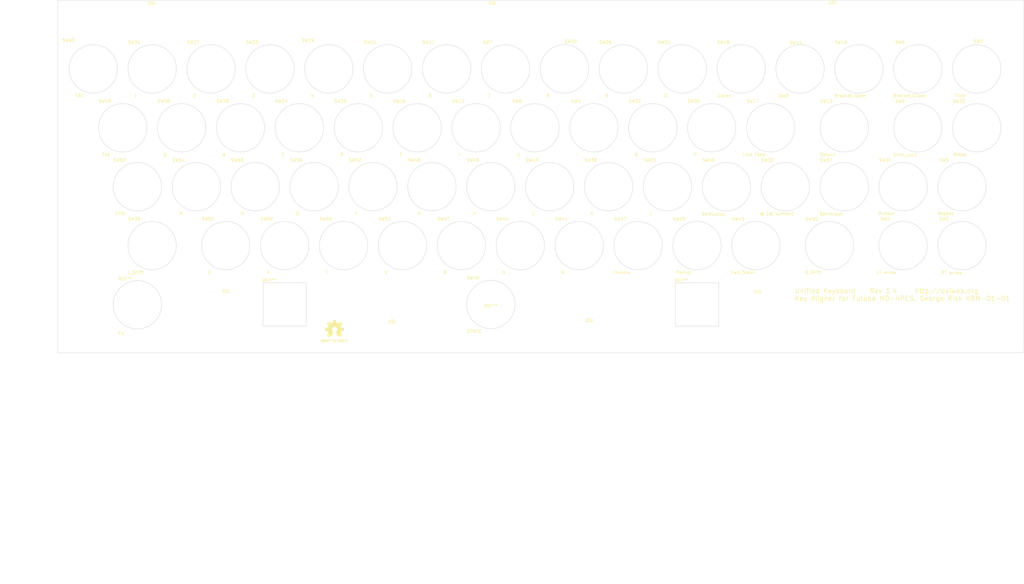
<source format=kicad_pcb>
(kicad_pcb (version 20171130) (host pcbnew "(5.1.5-0-10_14)")

  (general
    (thickness 1.6)
    (drawings 6)
    (tracks 0)
    (zones 0)
    (modules 77)
    (nets 1)
  )

  (page B)
  (title_block
    (title "Futaba Key aligner")
    (date 2019-08-25)
    (rev 1.1)
    (company OSIWeb.org)
    (comment 1 "Key matrix w/ LED")
  )

  (layers
    (0 F.Cu signal)
    (31 B.Cu signal)
    (32 B.Adhes user)
    (33 F.Adhes user)
    (34 B.Paste user)
    (35 F.Paste user)
    (36 B.SilkS user)
    (37 F.SilkS user)
    (38 B.Mask user)
    (39 F.Mask user)
    (40 Dwgs.User user)
    (41 Cmts.User user)
    (42 Eco1.User user)
    (43 Eco2.User user)
    (44 Edge.Cuts user)
    (45 Margin user)
    (46 B.CrtYd user)
    (47 F.CrtYd user)
    (48 B.Fab user)
    (49 F.Fab user)
  )

  (setup
    (last_trace_width 0.254)
    (user_trace_width 0.254)
    (user_trace_width 0.508)
    (user_trace_width 1.27)
    (trace_clearance 0.2)
    (zone_clearance 0.508)
    (zone_45_only no)
    (trace_min 0.2)
    (via_size 0.8128)
    (via_drill 0.4064)
    (via_min_size 0.4)
    (via_min_drill 0.3)
    (user_via 1.27 0.7112)
    (uvia_size 0.3048)
    (uvia_drill 0.1016)
    (uvias_allowed no)
    (uvia_min_size 0.2)
    (uvia_min_drill 0.1)
    (edge_width 0.05)
    (segment_width 0.2)
    (pcb_text_width 0.3)
    (pcb_text_size 1.5 1.5)
    (mod_edge_width 0.12)
    (mod_text_size 1 1)
    (mod_text_width 0.15)
    (pad_size 1.6256 1.6256)
    (pad_drill 1.6256)
    (pad_to_mask_clearance 0)
    (aux_axis_origin 61.4172 179.1081)
    (visible_elements 7FFFEFFF)
    (pcbplotparams
      (layerselection 0x010fc_ffffffff)
      (usegerberextensions false)
      (usegerberattributes false)
      (usegerberadvancedattributes false)
      (creategerberjobfile false)
      (excludeedgelayer true)
      (linewidth 0.100000)
      (plotframeref false)
      (viasonmask false)
      (mode 1)
      (useauxorigin false)
      (hpglpennumber 1)
      (hpglpenspeed 20)
      (hpglpendiameter 15.000000)
      (psnegative false)
      (psa4output false)
      (plotreference true)
      (plotvalue true)
      (plotinvisibletext false)
      (padsonsilk false)
      (subtractmaskfromsilk false)
      (outputformat 1)
      (mirror false)
      (drillshape 0)
      (scaleselection 1)
      (outputdirectory "futaba-aligner-outputs"))
  )

  (net 0 "")

  (net_class Default "This is the default net class."
    (clearance 0.2)
    (trace_width 0.254)
    (via_dia 0.8128)
    (via_drill 0.4064)
    (uvia_dia 0.3048)
    (uvia_drill 0.1016)
    (diff_pair_width 0.2032)
    (diff_pair_gap 0.254)
  )

  (net_class power1 ""
    (clearance 0.254)
    (trace_width 1.27)
    (via_dia 1.27)
    (via_drill 0.7112)
    (uvia_dia 0.3048)
    (uvia_drill 0.1016)
    (diff_pair_width 0.2032)
    (diff_pair_gap 0.254)
  )

  (net_class signal ""
    (clearance 0.2032)
    (trace_width 0.254)
    (via_dia 0.8128)
    (via_drill 0.4064)
    (uvia_dia 0.3048)
    (uvia_drill 0.1016)
    (diff_pair_width 0.2032)
    (diff_pair_gap 0.254)
  )

  (module "unikbd:Cherry aligner" (layer F.Cu) (tedit 5DA626D6) (tstamp 5E25A2EB)
    (at 263.83488 165.99916)
    (fp_text reference REF** (at -5.0292 -7.7724) (layer F.SilkS)
      (effects (font (size 1 1) (thickness 0.15)))
    )
    (fp_text value "Cherry aligner" (at 0 7.9756) (layer B.Fab)
      (effects (font (size 1 1) (thickness 0.15)))
    )
    (fp_line (start -6.985 -6.985) (end -6.985 6.985) (layer Edge.Cuts) (width 0.12))
    (fp_line (start 6.985 6.985) (end 6.985 -6.985) (layer Edge.Cuts) (width 0.12))
    (fp_line (start -6.985 -6.985) (end 6.985 -6.985) (layer Edge.Cuts) (width 0.12))
    (fp_line (start -6.985 6.985) (end 6.985 6.985) (layer Edge.Cuts) (width 0.12))
  )

  (module "unikbd:Cherry aligner" (layer F.Cu) (tedit 5DA626D6) (tstamp 5E25A2C7)
    (at 130.48488 165.99916)
    (fp_text reference REF** (at -5.0292 -7.7724) (layer F.SilkS)
      (effects (font (size 1 1) (thickness 0.15)))
    )
    (fp_text value "Cherry aligner" (at 0 7.9756) (layer B.Fab)
      (effects (font (size 1 1) (thickness 0.15)))
    )
    (fp_line (start -6.985 -6.985) (end -6.985 6.985) (layer Edge.Cuts) (width 0.12))
    (fp_line (start 6.985 6.985) (end 6.985 -6.985) (layer Edge.Cuts) (width 0.12))
    (fp_line (start -6.985 -6.985) (end 6.985 -6.985) (layer Edge.Cuts) (width 0.12))
    (fp_line (start -6.985 6.985) (end 6.985 6.985) (layer Edge.Cuts) (width 0.12))
  )

  (module unikbd:Futaba-MD-4PCS-aligner locked (layer F.Cu) (tedit 5DA63068) (tstamp 5E0A54F3)
    (at 68.57238 89.79916)
    (fp_text reference SW62 (at -8.01878 -9.25576) (layer F.SilkS)
      (effects (font (size 1 1) (thickness 0.15)))
    )
    (fp_text value ESC (at -4.43738 8.52424) (layer F.SilkS)
      (effects (font (size 1 1) (thickness 0.15)))
    )
    (fp_circle (center 0 0) (end 7.8232 0) (layer Edge.Cuts) (width 0.12))
    (pad "" np_thru_hole circle (at -6.985 -6.985) (size 1.6256 1.6256) (drill 1.6256) (layers *.Cu *.Mask))
    (pad "" np_thru_hole circle (at -6.985 6.985) (size 1.6256 1.6256) (drill 1.6256) (layers *.Cu *.Mask))
    (pad "" np_thru_hole circle (at 6.985 6.985) (size 1.6256 1.6256) (drill 1.6256) (layers *.Cu *.Mask))
    (pad "" np_thru_hole circle (at 6.985 -6.985) (size 1.6256 1.6256) (drill 1.6256) (layers *.Cu *.Mask))
  )

  (module unikbd:Futaba-MD-4PCS-aligner locked (layer F.Cu) (tedit 5DA63068) (tstamp 5E0A1078)
    (at 82.85988 166.0906)
    (fp_text reference REF** (at -3.937 -8.3566) (layer F.SilkS)
      (effects (font (size 1 1) (thickness 0.15)))
    )
    (fp_text value FN (at -5.2832 9.2456) (layer F.SilkS)
      (effects (font (size 1 1) (thickness 0.15)))
    )
    (fp_circle (center 0 0) (end 7.8232 0) (layer Edge.Cuts) (width 0.12))
    (pad "" np_thru_hole circle (at -6.985 -6.985) (size 1.6256 1.6256) (drill 1.6256) (layers *.Cu *.Mask))
    (pad "" np_thru_hole circle (at -6.985 6.985) (size 1.6256 1.6256) (drill 1.6256) (layers *.Cu *.Mask))
    (pad "" np_thru_hole circle (at 6.985 6.985) (size 1.6256 1.6256) (drill 1.6256) (layers *.Cu *.Mask))
    (pad "" np_thru_hole circle (at 6.985 -6.985) (size 1.6256 1.6256) (drill 1.6256) (layers *.Cu *.Mask))
  )

  (module unikbd:OSI_spacer_holes locked (layer F.Cu) (tedit 5E099C16) (tstamp 5E0A12E7)
    (at 197.15988 165.99916)
    (fp_text reference REF** (at 0 0.5) (layer F.SilkS)
      (effects (font (size 1 1) (thickness 0.15)))
    )
    (fp_text value "OSI mounting holes" (at 0 -0.5) (layer F.Fab)
      (effects (font (size 1 1) (thickness 0.15)))
    )
    (fp_circle (center -85.979 0.4826) (end -82.229 0.4826) (layer F.CrtYd) (width 0.05))
    (fp_circle (center -85.979 0.4826) (end -82.479 0.4826) (layer Cmts.User) (width 0.15))
    (fp_text user %R (at -85.28558 5.27304) (layer F.Fab)
      (effects (font (size 1 1) (thickness 0.15)))
    )
    (fp_text user OSI (at -85.53958 -4.32816) (layer F.SilkS)
      (effects (font (size 1 1) (thickness 0.15)))
    )
    (fp_circle (center 85.979 0.4826) (end 89.729 0.4826) (layer F.CrtYd) (width 0.05))
    (fp_circle (center 85.979 0.4826) (end 89.479 0.4826) (layer Cmts.User) (width 0.15))
    (fp_text user %R (at 86.57082 5.50164) (layer F.Fab)
      (effects (font (size 1 1) (thickness 0.15)))
    )
    (fp_text user OSI (at 86.31682 -4.09956) (layer F.SilkS)
      (effects (font (size 1 1) (thickness 0.15)))
    )
    (fp_circle (center 31.75 10.16) (end 35.5 10.16) (layer F.CrtYd) (width 0.05))
    (fp_circle (center 31.75 10.16) (end 35.25 10.16) (layer Cmts.User) (width 0.15))
    (fp_text user %R (at 32.13862 14.79804) (layer F.Fab)
      (effects (font (size 1 1) (thickness 0.15)))
    )
    (fp_text user OSI (at 31.88462 5.19684) (layer F.SilkS)
      (effects (font (size 1 1) (thickness 0.15)))
    )
    (fp_circle (center -31.75 10.16) (end -28 10.16) (layer F.CrtYd) (width 0.05))
    (fp_circle (center -31.75 10.16) (end -28.25 10.16) (layer Cmts.User) (width 0.15))
    (fp_text user %R (at -31.61538 15.12824) (layer F.Fab)
      (effects (font (size 1 1) (thickness 0.15)))
    )
    (fp_text user OSI (at -31.86938 5.52704) (layer F.SilkS)
      (effects (font (size 1 1) (thickness 0.15)))
    )
    (fp_circle (center 0 -92.8624) (end 3.75 -92.8624) (layer F.CrtYd) (width 0.05))
    (fp_circle (center 0 -92.8624) (end 3.5 -92.8624) (layer Cmts.User) (width 0.15))
    (fp_text user OSI (at 0.59182 -97.46996) (layer F.SilkS)
      (effects (font (size 1 1) (thickness 0.15)))
    )
    (fp_text user %R (at 0.84582 -87.86876) (layer F.Fab)
      (effects (font (size 1 1) (thickness 0.15)))
    )
    (fp_circle (center -109.855 -92.8624) (end -106.105 -92.8624) (layer F.CrtYd) (width 0.05))
    (fp_circle (center -109.855 -92.8624) (end -106.355 -92.8624) (layer Cmts.User) (width 0.15))
    (fp_text user OSI (at -109.56798 -97.46996) (layer F.SilkS)
      (effects (font (size 1 1) (thickness 0.15)))
    )
    (fp_text user %R (at -109.31398 -87.86876) (layer F.Fab)
      (effects (font (size 1 1) (thickness 0.15)))
    )
    (fp_circle (center 109.855 -92.8624) (end 113.605 -92.8624) (layer F.CrtYd) (width 0.05))
    (fp_circle (center 109.855 -92.8624) (end 113.355 -92.8624) (layer Cmts.User) (width 0.15))
    (fp_text user OSI (at 110.49762 -97.57156) (layer F.SilkS)
      (effects (font (size 1 1) (thickness 0.15)))
    )
    (fp_text user %R (at 110.75162 -87.97036) (layer F.Fab)
      (effects (font (size 1 1) (thickness 0.15)))
    )
    (pad "" np_thru_hole circle (at -85.979 0.4826) (size 6.858 6.858) (drill 6.858) (layers *.Cu *.Mask))
    (pad "" np_thru_hole circle (at 85.979 0.4826) (size 6.858 6.858) (drill 6.858) (layers *.Cu *.Mask))
    (pad "" np_thru_hole circle (at 31.75 10.16) (size 6.858 6.858) (drill 6.858) (layers *.Cu *.Mask))
    (pad "" np_thru_hole circle (at -31.75 10.16) (size 6.858 6.858) (drill 6.858) (layers *.Cu *.Mask))
    (pad "" np_thru_hole circle (at 0 -92.8624) (size 6.858 6.858) (drill 6.858) (layers *.Cu *.Mask))
    (pad "" np_thru_hole circle (at -109.855 -92.8624) (size 6.858 6.858) (drill 6.858) (layers *.Cu *.Mask))
    (pad "" np_thru_hole circle (at 109.855 -92.8624) (size 6.858 6.858) (drill 6.858) (layers *.Cu *.Mask))
  )

  (module Symbol:OSHW-Logo2_9.8x8mm_SilkScreen (layer F.Cu) (tedit 0) (tstamp 5E0A0CF2)
    (at 146.6342 174.7012)
    (descr "Open Source Hardware Symbol")
    (tags "Logo Symbol OSHW")
    (attr virtual)
    (fp_text reference REF** (at 0 0) (layer F.SilkS) hide
      (effects (font (size 1 1) (thickness 0.15)))
    )
    (fp_text value OSHW-Logo2_9.8x8mm_SilkScreen (at 0.5334 5.0038) (layer F.Fab) hide
      (effects (font (size 1 1) (thickness 0.15)))
    )
    (fp_poly (pts (xy 0.139878 -3.712224) (xy 0.245612 -3.711645) (xy 0.322132 -3.710078) (xy 0.374372 -3.707028)
      (xy 0.407263 -3.702004) (xy 0.425737 -3.694511) (xy 0.434727 -3.684056) (xy 0.439163 -3.670147)
      (xy 0.439594 -3.668346) (xy 0.446333 -3.635855) (xy 0.458808 -3.571748) (xy 0.475719 -3.482849)
      (xy 0.495771 -3.375981) (xy 0.517664 -3.257967) (xy 0.518429 -3.253822) (xy 0.540359 -3.138169)
      (xy 0.560877 -3.035986) (xy 0.578659 -2.953402) (xy 0.592381 -2.896544) (xy 0.600718 -2.871542)
      (xy 0.601116 -2.871099) (xy 0.625677 -2.85889) (xy 0.676315 -2.838544) (xy 0.742095 -2.814455)
      (xy 0.742461 -2.814326) (xy 0.825317 -2.783182) (xy 0.923 -2.743509) (xy 1.015077 -2.703619)
      (xy 1.019434 -2.701647) (xy 1.169407 -2.63358) (xy 1.501498 -2.860361) (xy 1.603374 -2.929496)
      (xy 1.695657 -2.991303) (xy 1.773003 -3.042267) (xy 1.830064 -3.078873) (xy 1.861495 -3.097606)
      (xy 1.864479 -3.098996) (xy 1.887321 -3.09281) (xy 1.929982 -3.062965) (xy 1.994128 -3.008053)
      (xy 2.081421 -2.926666) (xy 2.170535 -2.840078) (xy 2.256441 -2.754753) (xy 2.333327 -2.676892)
      (xy 2.396564 -2.611303) (xy 2.441523 -2.562795) (xy 2.463576 -2.536175) (xy 2.464396 -2.534805)
      (xy 2.466834 -2.516537) (xy 2.45765 -2.486705) (xy 2.434574 -2.441279) (xy 2.395337 -2.37623)
      (xy 2.33767 -2.28753) (xy 2.260795 -2.173343) (xy 2.19257 -2.072838) (xy 2.131582 -1.982697)
      (xy 2.081356 -1.908151) (xy 2.045416 -1.854435) (xy 2.027287 -1.826782) (xy 2.026146 -1.824905)
      (xy 2.028359 -1.79841) (xy 2.045138 -1.746914) (xy 2.073142 -1.680149) (xy 2.083122 -1.658828)
      (xy 2.126672 -1.563841) (xy 2.173134 -1.456063) (xy 2.210877 -1.362808) (xy 2.238073 -1.293594)
      (xy 2.259675 -1.240994) (xy 2.272158 -1.213503) (xy 2.273709 -1.211384) (xy 2.296668 -1.207876)
      (xy 2.350786 -1.198262) (xy 2.428868 -1.183911) (xy 2.523719 -1.166193) (xy 2.628143 -1.146475)
      (xy 2.734944 -1.126126) (xy 2.836926 -1.106514) (xy 2.926894 -1.089009) (xy 2.997653 -1.074978)
      (xy 3.042006 -1.065791) (xy 3.052885 -1.063193) (xy 3.064122 -1.056782) (xy 3.072605 -1.042303)
      (xy 3.078714 -1.014867) (xy 3.082832 -0.969589) (xy 3.085341 -0.90158) (xy 3.086621 -0.805953)
      (xy 3.087054 -0.67782) (xy 3.087077 -0.625299) (xy 3.087077 -0.198155) (xy 2.9845 -0.177909)
      (xy 2.927431 -0.16693) (xy 2.842269 -0.150905) (xy 2.739372 -0.131767) (xy 2.629096 -0.111449)
      (xy 2.598615 -0.105868) (xy 2.496855 -0.086083) (xy 2.408205 -0.066627) (xy 2.340108 -0.049303)
      (xy 2.300004 -0.035912) (xy 2.293323 -0.031921) (xy 2.276919 -0.003658) (xy 2.253399 0.051109)
      (xy 2.227316 0.121588) (xy 2.222142 0.136769) (xy 2.187956 0.230896) (xy 2.145523 0.337101)
      (xy 2.103997 0.432473) (xy 2.103792 0.432916) (xy 2.03464 0.582525) (xy 2.489512 1.251617)
      (xy 2.1975 1.544116) (xy 2.10918 1.63117) (xy 2.028625 1.707909) (xy 1.96036 1.770237)
      (xy 1.908908 1.814056) (xy 1.878794 1.83527) (xy 1.874474 1.836616) (xy 1.849111 1.826016)
      (xy 1.797358 1.796547) (xy 1.724868 1.751705) (xy 1.637294 1.694984) (xy 1.542612 1.631462)
      (xy 1.446516 1.566668) (xy 1.360837 1.510287) (xy 1.291016 1.465788) (xy 1.242494 1.436639)
      (xy 1.220782 1.426308) (xy 1.194293 1.43505) (xy 1.144062 1.458087) (xy 1.080451 1.490631)
      (xy 1.073708 1.494249) (xy 0.988046 1.53721) (xy 0.929306 1.558279) (xy 0.892772 1.558503)
      (xy 0.873731 1.538928) (xy 0.87362 1.538654) (xy 0.864102 1.515472) (xy 0.841403 1.460441)
      (xy 0.807282 1.377822) (xy 0.7635 1.271872) (xy 0.711816 1.146852) (xy 0.653992 1.00702)
      (xy 0.597991 0.871637) (xy 0.536447 0.722234) (xy 0.479939 0.583832) (xy 0.430161 0.460673)
      (xy 0.388806 0.357002) (xy 0.357568 0.277059) (xy 0.338141 0.225088) (xy 0.332154 0.205692)
      (xy 0.347168 0.183443) (xy 0.386439 0.147982) (xy 0.438807 0.108887) (xy 0.587941 -0.014755)
      (xy 0.704511 -0.156478) (xy 0.787118 -0.313296) (xy 0.834366 -0.482225) (xy 0.844857 -0.660278)
      (xy 0.837231 -0.742461) (xy 0.795682 -0.912969) (xy 0.724123 -1.063541) (xy 0.626995 -1.192691)
      (xy 0.508734 -1.298936) (xy 0.37378 -1.38079) (xy 0.226571 -1.436768) (xy 0.071544 -1.465385)
      (xy -0.086861 -1.465156) (xy -0.244206 -1.434595) (xy -0.396054 -1.372218) (xy -0.537965 -1.27654)
      (xy -0.597197 -1.222428) (xy -0.710797 -1.08348) (xy -0.789894 -0.931639) (xy -0.835014 -0.771333)
      (xy -0.846684 -0.606988) (xy -0.825431 -0.443029) (xy -0.77178 -0.283882) (xy -0.68626 -0.133975)
      (xy -0.569395 0.002267) (xy -0.438807 0.108887) (xy -0.384412 0.149642) (xy -0.345986 0.184718)
      (xy -0.332154 0.205726) (xy -0.339397 0.228635) (xy -0.359995 0.283365) (xy -0.392254 0.365672)
      (xy -0.434479 0.471315) (xy -0.484977 0.59605) (xy -0.542052 0.735636) (xy -0.598146 0.87167)
      (xy -0.660033 1.021201) (xy -0.717356 1.159767) (xy -0.768356 1.283107) (xy -0.811273 1.386964)
      (xy -0.844347 1.46708) (xy -0.865819 1.519195) (xy -0.873775 1.538654) (xy -0.892571 1.558423)
      (xy -0.928926 1.558365) (xy -0.987521 1.537441) (xy -1.073032 1.494613) (xy -1.073708 1.494249)
      (xy -1.138093 1.461012) (xy -1.190139 1.436802) (xy -1.219488 1.426404) (xy -1.220783 1.426308)
      (xy -1.242876 1.436855) (xy -1.291652 1.466184) (xy -1.361669 1.510827) (xy -1.447486 1.567314)
      (xy -1.542612 1.631462) (xy -1.63946 1.696411) (xy -1.726747 1.752896) (xy -1.798819 1.797421)
      (xy -1.850023 1.82649) (xy -1.874474 1.836616) (xy -1.89699 1.823307) (xy -1.942258 1.786112)
      (xy -2.005756 1.729128) (xy -2.082961 1.656449) (xy -2.169349 1.572171) (xy -2.197601 1.544016)
      (xy -2.489713 1.251416) (xy -2.267369 0.925104) (xy -2.199798 0.824897) (xy -2.140493 0.734963)
      (xy -2.092783 0.66051) (xy -2.059993 0.606751) (xy -2.045452 0.578894) (xy -2.045026 0.576912)
      (xy -2.052692 0.550655) (xy -2.073311 0.497837) (xy -2.103315 0.42731) (xy -2.124375 0.380093)
      (xy -2.163752 0.289694) (xy -2.200835 0.198366) (xy -2.229585 0.1212) (xy -2.237395 0.097692)
      (xy -2.259583 0.034916) (xy -2.281273 -0.013589) (xy -2.293187 -0.031921) (xy -2.319477 -0.043141)
      (xy -2.376858 -0.059046) (xy -2.457882 -0.077833) (xy -2.555105 -0.097701) (xy -2.598615 -0.105868)
      (xy -2.709104 -0.126171) (xy -2.815084 -0.14583) (xy -2.906199 -0.162912) (xy -2.972092 -0.175482)
      (xy -2.9845 -0.177909) (xy -3.087077 -0.198155) (xy -3.087077 -0.625299) (xy -3.086847 -0.765754)
      (xy -3.085901 -0.872021) (xy -3.083859 -0.948987) (xy -3.080338 -1.00154) (xy -3.074957 -1.034567)
      (xy -3.067334 -1.052955) (xy -3.057088 -1.061592) (xy -3.052885 -1.063193) (xy -3.02753 -1.068873)
      (xy -2.971516 -1.080205) (xy -2.892036 -1.095821) (xy -2.796288 -1.114353) (xy -2.691467 -1.134431)
      (xy -2.584768 -1.154688) (xy -2.483387 -1.173754) (xy -2.394521 -1.190261) (xy -2.325363 -1.202841)
      (xy -2.283111 -1.210125) (xy -2.27371 -1.211384) (xy -2.265193 -1.228237) (xy -2.24634 -1.27313)
      (xy -2.220676 -1.33757) (xy -2.210877 -1.362808) (xy -2.171352 -1.460314) (xy -2.124808 -1.568041)
      (xy -2.083123 -1.658828) (xy -2.05245 -1.728247) (xy -2.032044 -1.78529) (xy -2.025232 -1.820223)
      (xy -2.026318 -1.824905) (xy -2.040715 -1.847009) (xy -2.073588 -1.896169) (xy -2.12141 -1.967152)
      (xy -2.180652 -2.054722) (xy -2.247785 -2.153643) (xy -2.261059 -2.17317) (xy -2.338954 -2.28886)
      (xy -2.396213 -2.376956) (xy -2.435119 -2.441514) (xy -2.457956 -2.486589) (xy -2.467006 -2.516237)
      (xy -2.464552 -2.534515) (xy -2.464489 -2.534631) (xy -2.445173 -2.558639) (xy -2.402449 -2.605053)
      (xy -2.340949 -2.669063) (xy -2.265302 -2.745855) (xy -2.180139 -2.830618) (xy -2.170535 -2.840078)
      (xy -2.06321 -2.944011) (xy -1.980385 -3.020325) (xy -1.920395 -3.070429) (xy -1.881577 -3.09573)
      (xy -1.86448 -3.098996) (xy -1.839527 -3.08475) (xy -1.787745 -3.051844) (xy -1.71448 -3.003792)
      (xy -1.62508 -2.94411) (xy -1.524889 -2.876312) (xy -1.501499 -2.860361) (xy -1.169407 -2.63358)
      (xy -1.019435 -2.701647) (xy -0.92823 -2.741315) (xy -0.830331 -2.781209) (xy -0.746169 -2.813017)
      (xy -0.742462 -2.814326) (xy -0.676631 -2.838424) (xy -0.625884 -2.8588) (xy -0.601158 -2.871064)
      (xy -0.601116 -2.871099) (xy -0.593271 -2.893266) (xy -0.579934 -2.947783) (xy -0.56243 -3.02852)
      (xy -0.542083 -3.12935) (xy -0.520218 -3.244144) (xy -0.518429 -3.253822) (xy -0.496496 -3.372096)
      (xy -0.47636 -3.479458) (xy -0.45932 -3.569083) (xy -0.446672 -3.634149) (xy -0.439716 -3.667832)
      (xy -0.439594 -3.668346) (xy -0.435361 -3.682675) (xy -0.427129 -3.693493) (xy -0.409967 -3.701294)
      (xy -0.378942 -3.706571) (xy -0.329122 -3.709818) (xy -0.255576 -3.711528) (xy -0.153371 -3.712193)
      (xy -0.017575 -3.712307) (xy 0 -3.712308) (xy 0.139878 -3.712224)) (layer F.SilkS) (width 0.01))
    (fp_poly (pts (xy 4.245224 2.647838) (xy 4.322528 2.698361) (xy 4.359814 2.74359) (xy 4.389353 2.825663)
      (xy 4.391699 2.890607) (xy 4.386385 2.977445) (xy 4.186115 3.065103) (xy 4.088739 3.109887)
      (xy 4.025113 3.145913) (xy 3.992029 3.177117) (xy 3.98628 3.207436) (xy 4.004658 3.240805)
      (xy 4.024923 3.262923) (xy 4.083889 3.298393) (xy 4.148024 3.300879) (xy 4.206926 3.273235)
      (xy 4.250197 3.21832) (xy 4.257936 3.198928) (xy 4.295006 3.138364) (xy 4.337654 3.112552)
      (xy 4.396154 3.090471) (xy 4.396154 3.174184) (xy 4.390982 3.23115) (xy 4.370723 3.279189)
      (xy 4.328262 3.334346) (xy 4.321951 3.341514) (xy 4.27472 3.390585) (xy 4.234121 3.41692)
      (xy 4.183328 3.429035) (xy 4.14122 3.433003) (xy 4.065902 3.433991) (xy 4.012286 3.421466)
      (xy 3.978838 3.402869) (xy 3.926268 3.361975) (xy 3.889879 3.317748) (xy 3.86685 3.262126)
      (xy 3.854359 3.187047) (xy 3.849587 3.084449) (xy 3.849206 3.032376) (xy 3.850501 2.969948)
      (xy 3.968471 2.969948) (xy 3.969839 3.003438) (xy 3.973249 3.008923) (xy 3.995753 3.001472)
      (xy 4.044182 2.981753) (xy 4.108908 2.953718) (xy 4.122443 2.947692) (xy 4.204244 2.906096)
      (xy 4.249312 2.869538) (xy 4.259217 2.835296) (xy 4.235526 2.800648) (xy 4.21596 2.785339)
      (xy 4.14536 2.754721) (xy 4.07928 2.75978) (xy 4.023959 2.797151) (xy 3.985636 2.863473)
      (xy 3.973349 2.916116) (xy 3.968471 2.969948) (xy 3.850501 2.969948) (xy 3.85173 2.91072)
      (xy 3.861032 2.82071) (xy 3.87946 2.755167) (xy 3.90936 2.706912) (xy 3.95308 2.668767)
      (xy 3.972141 2.65644) (xy 4.058726 2.624336) (xy 4.153522 2.622316) (xy 4.245224 2.647838)) (layer F.SilkS) (width 0.01))
    (fp_poly (pts (xy 3.570807 2.636782) (xy 3.594161 2.646988) (xy 3.649902 2.691134) (xy 3.697569 2.754967)
      (xy 3.727048 2.823087) (xy 3.731846 2.85667) (xy 3.71576 2.903556) (xy 3.680475 2.928365)
      (xy 3.642644 2.943387) (xy 3.625321 2.946155) (xy 3.616886 2.926066) (xy 3.60023 2.882351)
      (xy 3.592923 2.862598) (xy 3.551948 2.794271) (xy 3.492622 2.760191) (xy 3.416552 2.761239)
      (xy 3.410918 2.762581) (xy 3.370305 2.781836) (xy 3.340448 2.819375) (xy 3.320055 2.879809)
      (xy 3.307836 2.967751) (xy 3.3025 3.087813) (xy 3.302 3.151698) (xy 3.301752 3.252403)
      (xy 3.300126 3.321054) (xy 3.295801 3.364673) (xy 3.287454 3.390282) (xy 3.273765 3.404903)
      (xy 3.253411 3.415558) (xy 3.252234 3.416095) (xy 3.213038 3.432667) (xy 3.193619 3.438769)
      (xy 3.190635 3.420319) (xy 3.188081 3.369323) (xy 3.18614 3.292308) (xy 3.184997 3.195805)
      (xy 3.184769 3.125184) (xy 3.185932 2.988525) (xy 3.190479 2.884851) (xy 3.199999 2.808108)
      (xy 3.216081 2.752246) (xy 3.240313 2.711212) (xy 3.274286 2.678954) (xy 3.307833 2.65644)
      (xy 3.388499 2.626476) (xy 3.482381 2.619718) (xy 3.570807 2.636782)) (layer F.SilkS) (width 0.01))
    (fp_poly (pts (xy 2.887333 2.633528) (xy 2.94359 2.659117) (xy 2.987747 2.690124) (xy 3.020101 2.724795)
      (xy 3.042438 2.76952) (xy 3.056546 2.830692) (xy 3.064211 2.914701) (xy 3.06722 3.02794)
      (xy 3.067538 3.102509) (xy 3.067538 3.39342) (xy 3.017773 3.416095) (xy 2.978576 3.432667)
      (xy 2.959157 3.438769) (xy 2.955442 3.42061) (xy 2.952495 3.371648) (xy 2.950691 3.300153)
      (xy 2.950308 3.243385) (xy 2.948661 3.161371) (xy 2.944222 3.096309) (xy 2.93774 3.056467)
      (xy 2.93259 3.048) (xy 2.897977 3.056646) (xy 2.84364 3.078823) (xy 2.780722 3.108886)
      (xy 2.720368 3.141192) (xy 2.673721 3.170098) (xy 2.651926 3.189961) (xy 2.651839 3.190175)
      (xy 2.653714 3.226935) (xy 2.670525 3.262026) (xy 2.700039 3.290528) (xy 2.743116 3.300061)
      (xy 2.779932 3.29895) (xy 2.832074 3.298133) (xy 2.859444 3.310349) (xy 2.875882 3.342624)
      (xy 2.877955 3.34871) (xy 2.885081 3.394739) (xy 2.866024 3.422687) (xy 2.816353 3.436007)
      (xy 2.762697 3.43847) (xy 2.666142 3.42021) (xy 2.616159 3.394131) (xy 2.554429 3.332868)
      (xy 2.52169 3.25767) (xy 2.518753 3.178211) (xy 2.546424 3.104167) (xy 2.588047 3.057769)
      (xy 2.629604 3.031793) (xy 2.694922 2.998907) (xy 2.771038 2.965557) (xy 2.783726 2.960461)
      (xy 2.867333 2.923565) (xy 2.91553 2.891046) (xy 2.93103 2.858718) (xy 2.91655 2.822394)
      (xy 2.891692 2.794) (xy 2.832939 2.759039) (xy 2.768293 2.756417) (xy 2.709008 2.783358)
      (xy 2.666339 2.837088) (xy 2.660739 2.85095) (xy 2.628133 2.901936) (xy 2.58053 2.939787)
      (xy 2.520461 2.97085) (xy 2.520461 2.882768) (xy 2.523997 2.828951) (xy 2.539156 2.786534)
      (xy 2.572768 2.741279) (xy 2.605035 2.70642) (xy 2.655209 2.657062) (xy 2.694193 2.630547)
      (xy 2.736064 2.619911) (xy 2.78346 2.618154) (xy 2.887333 2.633528)) (layer F.SilkS) (width 0.01))
    (fp_poly (pts (xy 2.395929 2.636662) (xy 2.398911 2.688068) (xy 2.401247 2.766192) (xy 2.402749 2.864857)
      (xy 2.403231 2.968343) (xy 2.403231 3.318533) (xy 2.341401 3.380363) (xy 2.298793 3.418462)
      (xy 2.26139 3.433895) (xy 2.21027 3.432918) (xy 2.189978 3.430433) (xy 2.126554 3.4232)
      (xy 2.074095 3.419055) (xy 2.061308 3.418672) (xy 2.018199 3.421176) (xy 1.956544 3.427462)
      (xy 1.932638 3.430433) (xy 1.873922 3.435028) (xy 1.834464 3.425046) (xy 1.795338 3.394228)
      (xy 1.781215 3.380363) (xy 1.719385 3.318533) (xy 1.719385 2.663503) (xy 1.76915 2.640829)
      (xy 1.812002 2.624034) (xy 1.837073 2.618154) (xy 1.843501 2.636736) (xy 1.849509 2.688655)
      (xy 1.854697 2.768172) (xy 1.858664 2.869546) (xy 1.860577 2.955192) (xy 1.865923 3.292231)
      (xy 1.91256 3.298825) (xy 1.954976 3.294214) (xy 1.97576 3.279287) (xy 1.98157 3.251377)
      (xy 1.98653 3.191925) (xy 1.990246 3.108466) (xy 1.992324 3.008532) (xy 1.992624 2.957104)
      (xy 1.992923 2.661054) (xy 2.054454 2.639604) (xy 2.098004 2.62502) (xy 2.121694 2.618219)
      (xy 2.122377 2.618154) (xy 2.124754 2.636642) (xy 2.127366 2.687906) (xy 2.129995 2.765649)
      (xy 2.132421 2.863574) (xy 2.134115 2.955192) (xy 2.139461 3.292231) (xy 2.256692 3.292231)
      (xy 2.262072 2.984746) (xy 2.267451 2.677261) (xy 2.324601 2.647707) (xy 2.366797 2.627413)
      (xy 2.39177 2.618204) (xy 2.392491 2.618154) (xy 2.395929 2.636662)) (layer F.SilkS) (width 0.01))
    (fp_poly (pts (xy 1.602081 2.780289) (xy 1.601833 2.92632) (xy 1.600872 3.038655) (xy 1.598794 3.122678)
      (xy 1.595193 3.183769) (xy 1.589665 3.227309) (xy 1.581804 3.258679) (xy 1.571207 3.283262)
      (xy 1.563182 3.297294) (xy 1.496728 3.373388) (xy 1.41247 3.421084) (xy 1.319249 3.438199)
      (xy 1.2259 3.422546) (xy 1.170312 3.394418) (xy 1.111957 3.34576) (xy 1.072186 3.286333)
      (xy 1.04819 3.208507) (xy 1.037161 3.104652) (xy 1.035599 3.028462) (xy 1.035809 3.022986)
      (xy 1.172308 3.022986) (xy 1.173141 3.110355) (xy 1.176961 3.168192) (xy 1.185746 3.206029)
      (xy 1.201474 3.233398) (xy 1.220266 3.254042) (xy 1.283375 3.29389) (xy 1.351137 3.297295)
      (xy 1.415179 3.264025) (xy 1.420164 3.259517) (xy 1.441439 3.236067) (xy 1.454779 3.208166)
      (xy 1.462001 3.166641) (xy 1.464923 3.102316) (xy 1.465385 3.0312) (xy 1.464383 2.941858)
      (xy 1.460238 2.882258) (xy 1.451236 2.843089) (xy 1.435667 2.81504) (xy 1.422902 2.800144)
      (xy 1.3636 2.762575) (xy 1.295301 2.758057) (xy 1.23011 2.786753) (xy 1.217528 2.797406)
      (xy 1.196111 2.821063) (xy 1.182744 2.849251) (xy 1.175566 2.891245) (xy 1.172719 2.956319)
      (xy 1.172308 3.022986) (xy 1.035809 3.022986) (xy 1.040322 2.905765) (xy 1.056362 2.813577)
      (xy 1.086528 2.744269) (xy 1.133629 2.690211) (xy 1.170312 2.662505) (xy 1.23699 2.632572)
      (xy 1.314272 2.618678) (xy 1.38611 2.622397) (xy 1.426308 2.6374) (xy 1.442082 2.64167)
      (xy 1.45255 2.62575) (xy 1.459856 2.583089) (xy 1.465385 2.518106) (xy 1.471437 2.445732)
      (xy 1.479844 2.402187) (xy 1.495141 2.377287) (xy 1.521864 2.360845) (xy 1.538654 2.353564)
      (xy 1.602154 2.326963) (xy 1.602081 2.780289)) (layer F.SilkS) (width 0.01))
    (fp_poly (pts (xy 0.713362 2.62467) (xy 0.802117 2.657421) (xy 0.874022 2.71535) (xy 0.902144 2.756128)
      (xy 0.932802 2.830954) (xy 0.932165 2.885058) (xy 0.899987 2.921446) (xy 0.888081 2.927633)
      (xy 0.836675 2.946925) (xy 0.810422 2.941982) (xy 0.80153 2.909587) (xy 0.801077 2.891692)
      (xy 0.784797 2.825859) (xy 0.742365 2.779807) (xy 0.683388 2.757564) (xy 0.617475 2.763161)
      (xy 0.563895 2.792229) (xy 0.545798 2.80881) (xy 0.532971 2.828925) (xy 0.524306 2.859332)
      (xy 0.518696 2.906788) (xy 0.515035 2.97805) (xy 0.512215 3.079875) (xy 0.511484 3.112115)
      (xy 0.50882 3.22241) (xy 0.505792 3.300036) (xy 0.50125 3.351396) (xy 0.494046 3.38289)
      (xy 0.483033 3.40092) (xy 0.46706 3.411888) (xy 0.456834 3.416733) (xy 0.413406 3.433301)
      (xy 0.387842 3.438769) (xy 0.379395 3.420507) (xy 0.374239 3.365296) (xy 0.372346 3.272499)
      (xy 0.373689 3.141478) (xy 0.374107 3.121269) (xy 0.377058 3.001733) (xy 0.380548 2.914449)
      (xy 0.385514 2.852591) (xy 0.392893 2.809336) (xy 0.403624 2.77786) (xy 0.418645 2.751339)
      (xy 0.426502 2.739975) (xy 0.471553 2.689692) (xy 0.52194 2.650581) (xy 0.528108 2.647167)
      (xy 0.618458 2.620212) (xy 0.713362 2.62467)) (layer F.SilkS) (width 0.01))
    (fp_poly (pts (xy 0.053501 2.626303) (xy 0.13006 2.654733) (xy 0.130936 2.655279) (xy 0.178285 2.690127)
      (xy 0.213241 2.730852) (xy 0.237825 2.783925) (xy 0.254062 2.855814) (xy 0.263975 2.952992)
      (xy 0.269586 3.081928) (xy 0.270077 3.100298) (xy 0.277141 3.377287) (xy 0.217695 3.408028)
      (xy 0.174681 3.428802) (xy 0.14871 3.438646) (xy 0.147509 3.438769) (xy 0.143014 3.420606)
      (xy 0.139444 3.371612) (xy 0.137248 3.300031) (xy 0.136769 3.242068) (xy 0.136758 3.14817)
      (xy 0.132466 3.089203) (xy 0.117503 3.061079) (xy 0.085482 3.059706) (xy 0.030014 3.080998)
      (xy -0.053731 3.120136) (xy -0.115311 3.152643) (xy -0.146983 3.180845) (xy -0.156294 3.211582)
      (xy -0.156308 3.213104) (xy -0.140943 3.266054) (xy -0.095453 3.29466) (xy -0.025834 3.298803)
      (xy 0.024313 3.298084) (xy 0.050754 3.312527) (xy 0.067243 3.347218) (xy 0.076733 3.391416)
      (xy 0.063057 3.416493) (xy 0.057907 3.420082) (xy 0.009425 3.434496) (xy -0.058469 3.436537)
      (xy -0.128388 3.426983) (xy -0.177932 3.409522) (xy -0.24643 3.351364) (xy -0.285366 3.270408)
      (xy -0.293077 3.20716) (xy -0.287193 3.150111) (xy -0.265899 3.103542) (xy -0.223735 3.062181)
      (xy -0.155241 3.020755) (xy -0.054956 2.973993) (xy -0.048846 2.97135) (xy 0.04149 2.929617)
      (xy 0.097235 2.895391) (xy 0.121129 2.864635) (xy 0.115913 2.833311) (xy 0.084328 2.797383)
      (xy 0.074883 2.789116) (xy 0.011617 2.757058) (xy -0.053936 2.758407) (xy -0.111028 2.789838)
      (xy -0.148907 2.848024) (xy -0.152426 2.859446) (xy -0.1867 2.914837) (xy -0.230191 2.941518)
      (xy -0.293077 2.96796) (xy -0.293077 2.899548) (xy -0.273948 2.80011) (xy -0.217169 2.708902)
      (xy -0.187622 2.678389) (xy -0.120458 2.639228) (xy -0.035044 2.6215) (xy 0.053501 2.626303)) (layer F.SilkS) (width 0.01))
    (fp_poly (pts (xy -0.840154 2.49212) (xy -0.834428 2.57198) (xy -0.827851 2.619039) (xy -0.818738 2.639566)
      (xy -0.805402 2.639829) (xy -0.801077 2.637378) (xy -0.743556 2.619636) (xy -0.668732 2.620672)
      (xy -0.592661 2.63891) (xy -0.545082 2.662505) (xy -0.496298 2.700198) (xy -0.460636 2.742855)
      (xy -0.436155 2.797057) (xy -0.420913 2.869384) (xy -0.41297 2.966419) (xy -0.410384 3.094742)
      (xy -0.410338 3.119358) (xy -0.410308 3.39587) (xy -0.471839 3.41732) (xy -0.515541 3.431912)
      (xy -0.539518 3.438706) (xy -0.540223 3.438769) (xy -0.542585 3.420345) (xy -0.544594 3.369526)
      (xy -0.546099 3.292993) (xy -0.546947 3.19743) (xy -0.547077 3.139329) (xy -0.547349 3.024771)
      (xy -0.548748 2.942667) (xy -0.552151 2.886393) (xy -0.558433 2.849326) (xy -0.568471 2.824844)
      (xy -0.583139 2.806325) (xy -0.592298 2.797406) (xy -0.655211 2.761466) (xy -0.723864 2.758775)
      (xy -0.786152 2.78917) (xy -0.797671 2.800144) (xy -0.814567 2.820779) (xy -0.826286 2.845256)
      (xy -0.833767 2.880647) (xy -0.837946 2.934026) (xy -0.839763 3.012466) (xy -0.840154 3.120617)
      (xy -0.840154 3.39587) (xy -0.901685 3.41732) (xy -0.945387 3.431912) (xy -0.969364 3.438706)
      (xy -0.97007 3.438769) (xy -0.971874 3.420069) (xy -0.9735 3.367322) (xy -0.974883 3.285557)
      (xy -0.975958 3.179805) (xy -0.97666 3.055094) (xy -0.976923 2.916455) (xy -0.976923 2.381806)
      (xy -0.849923 2.328236) (xy -0.840154 2.49212)) (layer F.SilkS) (width 0.01))
    (fp_poly (pts (xy -2.465746 2.599745) (xy -2.388714 2.651567) (xy -2.329184 2.726412) (xy -2.293622 2.821654)
      (xy -2.286429 2.891756) (xy -2.287246 2.921009) (xy -2.294086 2.943407) (xy -2.312888 2.963474)
      (xy -2.349592 2.985733) (xy -2.410138 3.014709) (xy -2.500466 3.054927) (xy -2.500923 3.055129)
      (xy -2.584067 3.09321) (xy -2.652247 3.127025) (xy -2.698495 3.152933) (xy -2.715842 3.167295)
      (xy -2.715846 3.167411) (xy -2.700557 3.198685) (xy -2.664804 3.233157) (xy -2.623758 3.25799)
      (xy -2.602963 3.262923) (xy -2.54623 3.245862) (xy -2.497373 3.203133) (xy -2.473535 3.156155)
      (xy -2.450603 3.121522) (xy -2.405682 3.082081) (xy -2.352877 3.048009) (xy -2.30629 3.02948)
      (xy -2.296548 3.028462) (xy -2.285582 3.045215) (xy -2.284921 3.088039) (xy -2.29298 3.145781)
      (xy -2.308173 3.207289) (xy -2.328914 3.261409) (xy -2.329962 3.26351) (xy -2.392379 3.35066)
      (xy -2.473274 3.409939) (xy -2.565144 3.439034) (xy -2.660487 3.435634) (xy -2.751802 3.397428)
      (xy -2.755862 3.394741) (xy -2.827694 3.329642) (xy -2.874927 3.244705) (xy -2.901066 3.133021)
      (xy -2.904574 3.101643) (xy -2.910787 2.953536) (xy -2.903339 2.884468) (xy -2.715846 2.884468)
      (xy -2.71341 2.927552) (xy -2.700086 2.940126) (xy -2.666868 2.930719) (xy -2.614506 2.908483)
      (xy -2.555976 2.88061) (xy -2.554521 2.879872) (xy -2.504911 2.853777) (xy -2.485 2.836363)
      (xy -2.48991 2.818107) (xy -2.510584 2.79412) (xy -2.563181 2.759406) (xy -2.619823 2.756856)
      (xy -2.670631 2.782119) (xy -2.705724 2.830847) (xy -2.715846 2.884468) (xy -2.903339 2.884468)
      (xy -2.898008 2.835036) (xy -2.865222 2.741055) (xy -2.819579 2.675215) (xy -2.737198 2.608681)
      (xy -2.646454 2.575676) (xy -2.553815 2.573573) (xy -2.465746 2.599745)) (layer F.SilkS) (width 0.01))
    (fp_poly (pts (xy -3.983114 2.587256) (xy -3.891536 2.635409) (xy -3.823951 2.712905) (xy -3.799943 2.762727)
      (xy -3.781262 2.837533) (xy -3.771699 2.932052) (xy -3.770792 3.03521) (xy -3.778079 3.135935)
      (xy -3.793097 3.223153) (xy -3.815385 3.285791) (xy -3.822235 3.296579) (xy -3.903368 3.377105)
      (xy -3.999734 3.425336) (xy -4.104299 3.43945) (xy -4.210032 3.417629) (xy -4.239457 3.404547)
      (xy -4.296759 3.364231) (xy -4.34705 3.310775) (xy -4.351803 3.303995) (xy -4.371122 3.271321)
      (xy -4.383892 3.236394) (xy -4.391436 3.190414) (xy -4.395076 3.124584) (xy -4.396135 3.030105)
      (xy -4.396154 3.008923) (xy -4.396106 3.002182) (xy -4.200769 3.002182) (xy -4.199632 3.091349)
      (xy -4.195159 3.15052) (xy -4.185754 3.188741) (xy -4.169824 3.215053) (xy -4.161692 3.223846)
      (xy -4.114942 3.257261) (xy -4.069553 3.255737) (xy -4.02366 3.226752) (xy -3.996288 3.195809)
      (xy -3.980077 3.150643) (xy -3.970974 3.07942) (xy -3.970349 3.071114) (xy -3.968796 2.942037)
      (xy -3.985035 2.846172) (xy -4.018848 2.784107) (xy -4.070016 2.756432) (xy -4.08828 2.754923)
      (xy -4.13624 2.762513) (xy -4.169047 2.788808) (xy -4.189105 2.839095) (xy -4.198822 2.918664)
      (xy -4.200769 3.002182) (xy -4.396106 3.002182) (xy -4.395426 2.908249) (xy -4.392371 2.837906)
      (xy -4.385678 2.789163) (xy -4.37404 2.753288) (xy -4.356147 2.721548) (xy -4.352192 2.715648)
      (xy -4.285733 2.636104) (xy -4.213315 2.589929) (xy -4.125151 2.571599) (xy -4.095213 2.570703)
      (xy -3.983114 2.587256)) (layer F.SilkS) (width 0.01))
    (fp_poly (pts (xy -1.728336 2.595089) (xy -1.665633 2.631358) (xy -1.622039 2.667358) (xy -1.590155 2.705075)
      (xy -1.56819 2.751199) (xy -1.554351 2.812421) (xy -1.546847 2.895431) (xy -1.543883 3.006919)
      (xy -1.543539 3.087062) (xy -1.543539 3.382065) (xy -1.709615 3.456515) (xy -1.719385 3.133402)
      (xy -1.723421 3.012729) (xy -1.727656 2.925141) (xy -1.732903 2.86465) (xy -1.739975 2.825268)
      (xy -1.749689 2.801007) (xy -1.762856 2.78588) (xy -1.767081 2.782606) (xy -1.831091 2.757034)
      (xy -1.895792 2.767153) (xy -1.934308 2.794) (xy -1.949975 2.813024) (xy -1.96082 2.837988)
      (xy -1.967712 2.875834) (xy -1.971521 2.933502) (xy -1.973117 3.017935) (xy -1.973385 3.105928)
      (xy -1.973437 3.216323) (xy -1.975328 3.294463) (xy -1.981655 3.347165) (xy -1.995017 3.381242)
      (xy -2.018015 3.403511) (xy -2.053246 3.420787) (xy -2.100303 3.438738) (xy -2.151697 3.458278)
      (xy -2.145579 3.111485) (xy -2.143116 2.986468) (xy -2.140233 2.894082) (xy -2.136102 2.827881)
      (xy -2.129893 2.78142) (xy -2.120774 2.748256) (xy -2.107917 2.721944) (xy -2.092416 2.698729)
      (xy -2.017629 2.624569) (xy -1.926372 2.581684) (xy -1.827117 2.571412) (xy -1.728336 2.595089)) (layer F.SilkS) (width 0.01))
    (fp_poly (pts (xy -3.231114 2.584505) (xy -3.156461 2.621727) (xy -3.090569 2.690261) (xy -3.072423 2.715648)
      (xy -3.052655 2.748866) (xy -3.039828 2.784945) (xy -3.03249 2.833098) (xy -3.029187 2.902536)
      (xy -3.028462 2.994206) (xy -3.031737 3.11983) (xy -3.043123 3.214154) (xy -3.064959 3.284523)
      (xy -3.099581 3.338286) (xy -3.14933 3.382788) (xy -3.152986 3.385423) (xy -3.202015 3.412377)
      (xy -3.261055 3.425712) (xy -3.336141 3.429) (xy -3.458205 3.429) (xy -3.458256 3.547497)
      (xy -3.459392 3.613492) (xy -3.466314 3.652202) (xy -3.484402 3.675419) (xy -3.519038 3.694933)
      (xy -3.527355 3.69892) (xy -3.56628 3.717603) (xy -3.596417 3.729403) (xy -3.618826 3.730422)
      (xy -3.634567 3.716761) (xy -3.644698 3.684522) (xy -3.650277 3.629804) (xy -3.652365 3.548711)
      (xy -3.652019 3.437344) (xy -3.6503 3.291802) (xy -3.649763 3.248269) (xy -3.647828 3.098205)
      (xy -3.646096 3.000042) (xy -3.458308 3.000042) (xy -3.457252 3.083364) (xy -3.452562 3.13788)
      (xy -3.441949 3.173837) (xy -3.423128 3.201482) (xy -3.41035 3.214965) (xy -3.35811 3.254417)
      (xy -3.311858 3.257628) (xy -3.264133 3.225049) (xy -3.262923 3.223846) (xy -3.243506 3.198668)
      (xy -3.231693 3.164447) (xy -3.225735 3.111748) (xy -3.22388 3.031131) (xy -3.223846 3.013271)
      (xy -3.22833 2.902175) (xy -3.242926 2.825161) (xy -3.26935 2.778147) (xy -3.309317 2.75705)
      (xy -3.332416 2.754923) (xy -3.387238 2.7649) (xy -3.424842 2.797752) (xy -3.447477 2.857857)
      (xy -3.457394 2.949598) (xy -3.458308 3.000042) (xy -3.646096 3.000042) (xy -3.645778 2.98206)
      (xy -3.643127 2.894679) (xy -3.639394 2.830905) (xy -3.634093 2.785582) (xy -3.626742 2.753555)
      (xy -3.616857 2.729668) (xy -3.603954 2.708764) (xy -3.598421 2.700898) (xy -3.525031 2.626595)
      (xy -3.43224 2.584467) (xy -3.324904 2.572722) (xy -3.231114 2.584505)) (layer F.SilkS) (width 0.01))
  )

  (module MountingHole:MountingHole_3.5mm (layer F.Cu) (tedit 56D1B4CB) (tstamp 5DA65F84)
    (at 67.31 171.45)
    (descr "Mounting Hole 3.5mm, no annular")
    (tags "mounting hole 3.5mm no annular")
    (attr virtual)
    (fp_text reference REF** (at 0 -4.5) (layer F.SilkS) hide
      (effects (font (size 1 1) (thickness 0.15)))
    )
    (fp_text value MountingHole_3.5mm (at 0 4.5) (layer F.Fab) hide
      (effects (font (size 1 1) (thickness 0.15)))
    )
    (fp_text user %R (at 0.3 0) (layer F.Fab) hide
      (effects (font (size 1 1) (thickness 0.15)))
    )
    (fp_circle (center 0 0) (end 3.5 0) (layer Cmts.User) (width 0.15))
    (fp_circle (center 0 0) (end 3.75 0) (layer F.CrtYd) (width 0.05))
    (pad 1 np_thru_hole circle (at 0 0) (size 3.5 3.5) (drill 3.5) (layers *.Cu *.Mask))
  )

  (module MountingHole:MountingHole_3.5mm (layer F.Cu) (tedit 56D1B4CB) (tstamp 5DA65F84)
    (at 102.6795 171.45)
    (descr "Mounting Hole 3.5mm, no annular")
    (tags "mounting hole 3.5mm no annular")
    (attr virtual)
    (fp_text reference REF** (at 0 -4.5) (layer F.SilkS) hide
      (effects (font (size 1 1) (thickness 0.15)))
    )
    (fp_text value MountingHole_3.5mm (at 0 4.5) (layer F.Fab) hide
      (effects (font (size 1 1) (thickness 0.15)))
    )
    (fp_text user %R (at 0.3 0) (layer F.Fab) hide
      (effects (font (size 1 1) (thickness 0.15)))
    )
    (fp_circle (center 0 0) (end 3.5 0) (layer Cmts.User) (width 0.15))
    (fp_circle (center 0 0) (end 3.75 0) (layer F.CrtYd) (width 0.05))
    (pad 1 np_thru_hole circle (at 0 0) (size 3.5 3.5) (drill 3.5) (layers *.Cu *.Mask))
  )

  (module MountingHole:MountingHole_3.5mm (layer F.Cu) (tedit 56D1B4CB) (tstamp 5DA65F84)
    (at 289.687 171.45)
    (descr "Mounting Hole 3.5mm, no annular")
    (tags "mounting hole 3.5mm no annular")
    (attr virtual)
    (fp_text reference REF** (at 0 -4.5) (layer F.SilkS) hide
      (effects (font (size 1 1) (thickness 0.15)))
    )
    (fp_text value MountingHole_3.5mm (at 0 4.5) (layer F.Fab) hide
      (effects (font (size 1 1) (thickness 0.15)))
    )
    (fp_text user %R (at 0.3 0) (layer F.Fab) hide
      (effects (font (size 1 1) (thickness 0.15)))
    )
    (fp_circle (center 0 0) (end 3.5 0) (layer Cmts.User) (width 0.15))
    (fp_circle (center 0 0) (end 3.75 0) (layer F.CrtYd) (width 0.05))
    (pad 1 np_thru_hole circle (at 0 0) (size 3.5 3.5) (drill 3.5) (layers *.Cu *.Mask))
  )

  (module MountingHole:MountingHole_3.5mm (layer F.Cu) (tedit 56D1B4CB) (tstamp 5DA65F84)
    (at 358.14 171.45)
    (descr "Mounting Hole 3.5mm, no annular")
    (tags "mounting hole 3.5mm no annular")
    (attr virtual)
    (fp_text reference REF** (at 0 -4.5) (layer F.SilkS) hide
      (effects (font (size 1 1) (thickness 0.15)))
    )
    (fp_text value MountingHole_3.5mm (at 0 4.5) (layer F.Fab) hide
      (effects (font (size 1 1) (thickness 0.15)))
    )
    (fp_text user %R (at 0.3 0) (layer F.Fab) hide
      (effects (font (size 1 1) (thickness 0.15)))
    )
    (fp_circle (center 0 0) (end 3.5 0) (layer Cmts.User) (width 0.15))
    (fp_circle (center 0 0) (end 3.75 0) (layer F.CrtYd) (width 0.05))
    (pad 1 np_thru_hole circle (at 0 0) (size 3.5 3.5) (drill 3.5) (layers *.Cu *.Mask))
  )

  (module MountingHole:MountingHole_3.5mm (layer F.Cu) (tedit 56D1B4CB) (tstamp 5DA65F84)
    (at 364.49 78.74)
    (descr "Mounting Hole 3.5mm, no annular")
    (tags "mounting hole 3.5mm no annular")
    (attr virtual)
    (fp_text reference REF** (at 0 -4.5) (layer F.SilkS) hide
      (effects (font (size 1 1) (thickness 0.15)))
    )
    (fp_text value MountingHole_3.5mm (at 0 4.5) (layer F.Fab) hide
      (effects (font (size 1 1) (thickness 0.15)))
    )
    (fp_text user %R (at 0.3 0) (layer F.Fab) hide
      (effects (font (size 1 1) (thickness 0.15)))
    )
    (fp_circle (center 0 0) (end 3.5 0) (layer Cmts.User) (width 0.15))
    (fp_circle (center 0 0) (end 3.75 0) (layer F.CrtYd) (width 0.05))
    (pad 1 np_thru_hole circle (at 0 0) (size 3.5 3.5) (drill 3.5) (layers *.Cu *.Mask))
  )

  (module MountingHole:MountingHole_3.5mm (layer F.Cu) (tedit 56D1B4CB) (tstamp 5DA65F84)
    (at 348.9706 78.74)
    (descr "Mounting Hole 3.5mm, no annular")
    (tags "mounting hole 3.5mm no annular")
    (attr virtual)
    (fp_text reference REF** (at 0 -4.5) (layer F.SilkS) hide
      (effects (font (size 1 1) (thickness 0.15)))
    )
    (fp_text value MountingHole_3.5mm (at 0 4.5) (layer F.Fab) hide
      (effects (font (size 1 1) (thickness 0.15)))
    )
    (fp_text user %R (at 0.3 0) (layer F.Fab) hide
      (effects (font (size 1 1) (thickness 0.15)))
    )
    (fp_circle (center 0 0) (end 3.5 0) (layer Cmts.User) (width 0.15))
    (fp_circle (center 0 0) (end 3.75 0) (layer F.CrtYd) (width 0.05))
    (pad 1 np_thru_hole circle (at 0 0) (size 3.5 3.5) (drill 3.5) (layers *.Cu *.Mask))
  )

  (module MountingHole:MountingHole_3.5mm (layer F.Cu) (tedit 56D1B4CB) (tstamp 5DA65F84)
    (at 300.7106 78.74)
    (descr "Mounting Hole 3.5mm, no annular")
    (tags "mounting hole 3.5mm no annular")
    (attr virtual)
    (fp_text reference REF** (at 0 -4.5) (layer F.SilkS) hide
      (effects (font (size 1 1) (thickness 0.15)))
    )
    (fp_text value MountingHole_3.5mm (at 0 4.5) (layer F.Fab) hide
      (effects (font (size 1 1) (thickness 0.15)))
    )
    (fp_text user %R (at 0.3 0) (layer F.Fab) hide
      (effects (font (size 1 1) (thickness 0.15)))
    )
    (fp_circle (center 0 0) (end 3.5 0) (layer Cmts.User) (width 0.15))
    (fp_circle (center 0 0) (end 3.75 0) (layer F.CrtYd) (width 0.05))
    (pad 1 np_thru_hole circle (at 0 0) (size 3.5 3.5) (drill 3.5) (layers *.Cu *.Mask))
  )

  (module MountingHole:MountingHole_3.5mm (layer F.Cu) (tedit 56D1B4CB) (tstamp 5DA65F84)
    (at 290.83 78.74)
    (descr "Mounting Hole 3.5mm, no annular")
    (tags "mounting hole 3.5mm no annular")
    (attr virtual)
    (fp_text reference REF** (at 0 -4.5) (layer F.SilkS) hide
      (effects (font (size 1 1) (thickness 0.15)))
    )
    (fp_text value MountingHole_3.5mm (at 0 4.5) (layer F.Fab) hide
      (effects (font (size 1 1) (thickness 0.15)))
    )
    (fp_text user %R (at 0.3 0) (layer F.Fab) hide
      (effects (font (size 1 1) (thickness 0.15)))
    )
    (fp_circle (center 0 0) (end 3.5 0) (layer Cmts.User) (width 0.15))
    (fp_circle (center 0 0) (end 3.75 0) (layer F.CrtYd) (width 0.05))
    (pad 1 np_thru_hole circle (at 0 0) (size 3.5 3.5) (drill 3.5) (layers *.Cu *.Mask))
  )

  (module MountingHole:MountingHole_3.5mm (layer F.Cu) (tedit 56D1B4CB) (tstamp 5DA65F84)
    (at 217.17 78.74)
    (descr "Mounting Hole 3.5mm, no annular")
    (tags "mounting hole 3.5mm no annular")
    (attr virtual)
    (fp_text reference REF** (at 0 -4.5) (layer F.SilkS) hide
      (effects (font (size 1 1) (thickness 0.15)))
    )
    (fp_text value MountingHole_3.5mm (at 0 4.5) (layer F.Fab) hide
      (effects (font (size 1 1) (thickness 0.15)))
    )
    (fp_text user %R (at 0.3 0) (layer F.Fab) hide
      (effects (font (size 1 1) (thickness 0.15)))
    )
    (fp_circle (center 0 0) (end 3.5 0) (layer Cmts.User) (width 0.15))
    (fp_circle (center 0 0) (end 3.75 0) (layer F.CrtYd) (width 0.05))
    (pad 1 np_thru_hole circle (at 0 0) (size 3.5 3.5) (drill 3.5) (layers *.Cu *.Mask))
  )

  (module MountingHole:MountingHole_3.5mm (layer F.Cu) (tedit 56D1B4CB) (tstamp 5DA65F84)
    (at 143.51 78.74)
    (descr "Mounting Hole 3.5mm, no annular")
    (tags "mounting hole 3.5mm no annular")
    (attr virtual)
    (fp_text reference REF** (at 0 -4.5) (layer F.SilkS) hide
      (effects (font (size 1 1) (thickness 0.15)))
    )
    (fp_text value MountingHole_3.5mm (at -1.1176 -6.5024) (layer F.Fab) hide
      (effects (font (size 1 1) (thickness 0.15)))
    )
    (fp_text user %R (at 0.3 0) (layer F.Fab) hide
      (effects (font (size 1 1) (thickness 0.15)))
    )
    (fp_circle (center 0 0) (end 3.5 0) (layer Cmts.User) (width 0.15))
    (fp_circle (center 0 0) (end 3.75 0) (layer F.CrtYd) (width 0.05))
    (pad 1 np_thru_hole circle (at 0 0) (size 3.5 3.5) (drill 3.5) (layers *.Cu *.Mask))
  )

  (module MountingHole:MountingHole_3.5mm (layer F.Cu) (tedit 56D1B4CB) (tstamp 5DA65F84)
    (at 67.31 78.74)
    (descr "Mounting Hole 3.5mm, no annular")
    (tags "mounting hole 3.5mm no annular")
    (attr virtual)
    (fp_text reference REF** (at 0 -4.5) (layer F.SilkS) hide
      (effects (font (size 1 1) (thickness 0.15)))
    )
    (fp_text value MountingHole_3.5mm (at 0.2794 -6.477) (layer F.Fab) hide
      (effects (font (size 1 1) (thickness 0.15)))
    )
    (fp_text user %R (at 0.3 0) (layer F.Fab) hide
      (effects (font (size 1 1) (thickness 0.15)))
    )
    (fp_circle (center 0 0) (end 3.5 0) (layer Cmts.User) (width 0.15))
    (fp_circle (center 0 0) (end 3.75 0) (layer F.CrtYd) (width 0.05))
    (pad 1 np_thru_hole circle (at 0 0) (size 3.5 3.5) (drill 3.5) (layers *.Cu *.Mask))
  )

  (module unikbd:Futaba-MD-4PCS-aligner (layer F.Cu) (tedit 5DA63068) (tstamp 5D0D7A0F)
    (at 197.15988 165.99916)
    (path /5BC3E99D/5BC6CD72)
    (fp_text reference SW46 (at -5.7912 -8.6106) (layer F.SilkS)
      (effects (font (size 1 1) (thickness 0.15)))
    )
    (fp_text value SPACE (at -5.334 8.6614) (layer F.SilkS)
      (effects (font (size 1 1) (thickness 0.15)))
    )
    (fp_circle (center 0 0) (end 7.8232 0) (layer Edge.Cuts) (width 0.12))
    (pad "" np_thru_hole circle (at -6.985 -6.985) (size 1.6256 1.6256) (drill 1.6256) (layers *.Cu *.Mask))
    (pad "" np_thru_hole circle (at -6.985 6.985) (size 1.6256 1.6256) (drill 1.6256) (layers *.Cu *.Mask))
    (pad "" np_thru_hole circle (at 6.985 6.985) (size 1.6256 1.6256) (drill 1.6256) (layers *.Cu *.Mask))
    (pad "" np_thru_hole circle (at 6.985 -6.985) (size 1.6256 1.6256) (drill 1.6256) (layers *.Cu *.Mask))
  )

  (module unikbd:Futaba-MD-4PCS-aligner locked (layer F.Cu) (tedit 5DA63068) (tstamp 5D0FBBE7)
    (at 244.78488 146.94916)
    (path /5BC3E99D/5BC6CEDD)
    (fp_text reference SW37 (at -5.7912 -8.6106) (layer F.SilkS)
      (effects (font (size 1 1) (thickness 0.15)))
    )
    (fp_text value Comma (at -5.334 8.6614) (layer F.SilkS)
      (effects (font (size 1 1) (thickness 0.15)))
    )
    (fp_circle (center 0 0) (end 7.8232 0) (layer Edge.Cuts) (width 0.12))
    (pad "" np_thru_hole circle (at -6.985 -6.985) (size 1.6256 1.6256) (drill 1.6256) (layers *.Cu *.Mask))
    (pad "" np_thru_hole circle (at -6.985 6.985) (size 1.6256 1.6256) (drill 1.6256) (layers *.Cu *.Mask))
    (pad "" np_thru_hole circle (at 6.985 6.985) (size 1.6256 1.6256) (drill 1.6256) (layers *.Cu *.Mask))
    (pad "" np_thru_hole circle (at 6.985 -6.985) (size 1.6256 1.6256) (drill 1.6256) (layers *.Cu *.Mask))
  )

  (module unikbd:Futaba-MD-4PCS-aligner locked (layer F.Cu) (tedit 5DA63068) (tstamp 5D0D7CEF)
    (at 87.62238 89.79916)
    (path /5BC3EA0A/5BCAF489)
    (fp_text reference SW31 (at -5.7912 -8.6106) (layer F.SilkS)
      (effects (font (size 1 1) (thickness 0.15)))
    )
    (fp_text value 1 (at -5.334 8.6614) (layer F.SilkS)
      (effects (font (size 1 1) (thickness 0.15)))
    )
    (fp_circle (center 0 0) (end 7.8232 0) (layer Edge.Cuts) (width 0.12))
    (pad "" np_thru_hole circle (at -6.985 -6.985) (size 1.6256 1.6256) (drill 1.6256) (layers *.Cu *.Mask))
    (pad "" np_thru_hole circle (at -6.985 6.985) (size 1.6256 1.6256) (drill 1.6256) (layers *.Cu *.Mask))
    (pad "" np_thru_hole circle (at 6.985 6.985) (size 1.6256 1.6256) (drill 1.6256) (layers *.Cu *.Mask))
    (pad "" np_thru_hole circle (at 6.985 -6.985) (size 1.6256 1.6256) (drill 1.6256) (layers *.Cu *.Mask))
  )

  (module unikbd:Futaba-MD-4PCS-aligner locked (layer F.Cu) (tedit 5DA63068) (tstamp 5D0D7CDF)
    (at 220.97238 89.79916)
    (path /5BC3EA0A/5BCAF419)
    (fp_text reference SW30 (at 2.03962 -8.87476) (layer F.SilkS)
      (effects (font (size 1 1) (thickness 0.15)))
    )
    (fp_text value 8 (at -5.334 8.6614) (layer F.SilkS)
      (effects (font (size 1 1) (thickness 0.15)))
    )
    (fp_circle (center 0 0) (end 7.8232 0) (layer Edge.Cuts) (width 0.12))
    (pad "" np_thru_hole circle (at -6.985 -6.985) (size 1.6256 1.6256) (drill 1.6256) (layers *.Cu *.Mask))
    (pad "" np_thru_hole circle (at -6.985 6.985) (size 1.6256 1.6256) (drill 1.6256) (layers *.Cu *.Mask))
    (pad "" np_thru_hole circle (at 6.985 6.985) (size 1.6256 1.6256) (drill 1.6256) (layers *.Cu *.Mask))
    (pad "" np_thru_hole circle (at 6.985 -6.985) (size 1.6256 1.6256) (drill 1.6256) (layers *.Cu *.Mask))
  )

  (module unikbd:Futaba-MD-4PCS-aligner locked (layer F.Cu) (tedit 5DA63068) (tstamp 5D633EAE)
    (at 263.83488 146.94916)
    (path /5BC3EA0A/5BCAF3A9)
    (fp_text reference SW29 (at -5.7912 -8.6106) (layer F.SilkS)
      (effects (font (size 1 1) (thickness 0.15)))
    )
    (fp_text value Period (at -4.38658 8.6614) (layer F.SilkS)
      (effects (font (size 1 1) (thickness 0.15)))
    )
    (fp_circle (center 0 0) (end 7.8232 0) (layer Edge.Cuts) (width 0.12))
    (pad "" np_thru_hole circle (at -6.985 -6.985) (size 1.6256 1.6256) (drill 1.6256) (layers *.Cu *.Mask))
    (pad "" np_thru_hole circle (at -6.985 6.985) (size 1.6256 1.6256) (drill 1.6256) (layers *.Cu *.Mask))
    (pad "" np_thru_hole circle (at 6.985 6.985) (size 1.6256 1.6256) (drill 1.6256) (layers *.Cu *.Mask))
    (pad "" np_thru_hole circle (at 6.985 -6.985) (size 1.6256 1.6256) (drill 1.6256) (layers *.Cu *.Mask))
  )

  (module unikbd:Futaba-MD-4PCS-aligner locked (layer F.Cu) (tedit 5DA63068) (tstamp 5D0F9EDE)
    (at 116.19738 108.84916)
    (path /5BC3EA0A/5BCAF339)
    (fp_text reference SW28 (at -5.7912 -8.6106) (layer F.SilkS)
      (effects (font (size 1 1) (thickness 0.15)))
    )
    (fp_text value W (at -5.334 8.6614) (layer F.SilkS)
      (effects (font (size 1 1) (thickness 0.15)))
    )
    (fp_circle (center 0 0) (end 7.8232 0) (layer Edge.Cuts) (width 0.12))
    (pad "" np_thru_hole circle (at -6.985 -6.985) (size 1.6256 1.6256) (drill 1.6256) (layers *.Cu *.Mask))
    (pad "" np_thru_hole circle (at -6.985 6.985) (size 1.6256 1.6256) (drill 1.6256) (layers *.Cu *.Mask))
    (pad "" np_thru_hole circle (at 6.985 6.985) (size 1.6256 1.6256) (drill 1.6256) (layers *.Cu *.Mask))
    (pad "" np_thru_hole circle (at 6.985 -6.985) (size 1.6256 1.6256) (drill 1.6256) (layers *.Cu *.Mask))
  )

  (module unikbd:Futaba-MD-4PCS-aligner locked (layer F.Cu) (tedit 5DA63068) (tstamp 5D0D7CAF)
    (at 106.67238 89.79916)
    (path /5BC3EA0A/5BCAF490)
    (fp_text reference SW27 (at -5.7912 -8.6106) (layer F.SilkS)
      (effects (font (size 1 1) (thickness 0.15)))
    )
    (fp_text value 2 (at -5.334 8.6614) (layer F.SilkS)
      (effects (font (size 1 1) (thickness 0.15)))
    )
    (fp_circle (center 0 0) (end 7.8232 0) (layer Edge.Cuts) (width 0.12))
    (pad "" np_thru_hole circle (at -6.985 -6.985) (size 1.6256 1.6256) (drill 1.6256) (layers *.Cu *.Mask))
    (pad "" np_thru_hole circle (at -6.985 6.985) (size 1.6256 1.6256) (drill 1.6256) (layers *.Cu *.Mask))
    (pad "" np_thru_hole circle (at 6.985 6.985) (size 1.6256 1.6256) (drill 1.6256) (layers *.Cu *.Mask))
    (pad "" np_thru_hole circle (at 6.985 -6.985) (size 1.6256 1.6256) (drill 1.6256) (layers *.Cu *.Mask))
  )

  (module unikbd:Futaba-MD-4PCS-aligner locked (layer F.Cu) (tedit 5DA63068) (tstamp 5D0D7C9F)
    (at 240.02238 89.79916)
    (path /5BC3EA0A/5BCAF420)
    (fp_text reference SW26 (at -5.7912 -8.6106) (layer F.SilkS)
      (effects (font (size 1 1) (thickness 0.15)))
    )
    (fp_text value 9 (at -5.334 8.6614) (layer F.SilkS)
      (effects (font (size 1 1) (thickness 0.15)))
    )
    (fp_circle (center 0 0) (end 7.8232 0) (layer Edge.Cuts) (width 0.12))
    (pad "" np_thru_hole circle (at -6.985 -6.985) (size 1.6256 1.6256) (drill 1.6256) (layers *.Cu *.Mask))
    (pad "" np_thru_hole circle (at -6.985 6.985) (size 1.6256 1.6256) (drill 1.6256) (layers *.Cu *.Mask))
    (pad "" np_thru_hole circle (at 6.985 6.985) (size 1.6256 1.6256) (drill 1.6256) (layers *.Cu *.Mask))
    (pad "" np_thru_hole circle (at 6.985 -6.985) (size 1.6256 1.6256) (drill 1.6256) (layers *.Cu *.Mask))
  )

  (module unikbd:Futaba-MD-4PCS-aligner locked (layer F.Cu) (tedit 5DA63068) (tstamp 5D0FAB87)
    (at 254.30988 127.89916)
    (path /5BC3EA0A/5BCAF3B0)
    (fp_text reference SW25 (at -5.7912 -8.6106) (layer F.SilkS)
      (effects (font (size 1 1) (thickness 0.15)))
    )
    (fp_text value L (at -5.334 8.6614) (layer F.SilkS)
      (effects (font (size 1 1) (thickness 0.15)))
    )
    (fp_circle (center 0 0) (end 7.8232 0) (layer Edge.Cuts) (width 0.12))
    (pad "" np_thru_hole circle (at -6.985 -6.985) (size 1.6256 1.6256) (drill 1.6256) (layers *.Cu *.Mask))
    (pad "" np_thru_hole circle (at -6.985 6.985) (size 1.6256 1.6256) (drill 1.6256) (layers *.Cu *.Mask))
    (pad "" np_thru_hole circle (at 6.985 6.985) (size 1.6256 1.6256) (drill 1.6256) (layers *.Cu *.Mask))
    (pad "" np_thru_hole circle (at 6.985 -6.985) (size 1.6256 1.6256) (drill 1.6256) (layers *.Cu *.Mask))
  )

  (module unikbd:Futaba-MD-4PCS-aligner locked (layer F.Cu) (tedit 5DA63068) (tstamp 5D0F9EA5)
    (at 135.24738 108.84916)
    (path /5BC3EA0A/5BCAF340)
    (fp_text reference SW24 (at -5.7912 -8.6106) (layer F.SilkS)
      (effects (font (size 1 1) (thickness 0.15)))
    )
    (fp_text value E (at -5.334 8.6614) (layer F.SilkS)
      (effects (font (size 1 1) (thickness 0.15)))
    )
    (fp_circle (center 0 0) (end 7.8232 0) (layer Edge.Cuts) (width 0.12))
    (pad "" np_thru_hole circle (at -6.985 -6.985) (size 1.6256 1.6256) (drill 1.6256) (layers *.Cu *.Mask))
    (pad "" np_thru_hole circle (at -6.985 6.985) (size 1.6256 1.6256) (drill 1.6256) (layers *.Cu *.Mask))
    (pad "" np_thru_hole circle (at 6.985 6.985) (size 1.6256 1.6256) (drill 1.6256) (layers *.Cu *.Mask))
    (pad "" np_thru_hole circle (at 6.985 -6.985) (size 1.6256 1.6256) (drill 1.6256) (layers *.Cu *.Mask))
  )

  (module unikbd:Futaba-MD-4PCS-aligner locked (layer F.Cu) (tedit 5DA63068) (tstamp 5D0D7C6F)
    (at 125.72238 89.79916)
    (path /5BC3EA0A/5BCAF482)
    (fp_text reference SW23 (at -5.7912 -8.6106) (layer F.SilkS)
      (effects (font (size 1 1) (thickness 0.15)))
    )
    (fp_text value 3 (at -5.334 8.6614) (layer F.SilkS)
      (effects (font (size 1 1) (thickness 0.15)))
    )
    (fp_circle (center 0 0) (end 7.8232 0) (layer Edge.Cuts) (width 0.12))
    (pad "" np_thru_hole circle (at -6.985 -6.985) (size 1.6256 1.6256) (drill 1.6256) (layers *.Cu *.Mask))
    (pad "" np_thru_hole circle (at -6.985 6.985) (size 1.6256 1.6256) (drill 1.6256) (layers *.Cu *.Mask))
    (pad "" np_thru_hole circle (at 6.985 6.985) (size 1.6256 1.6256) (drill 1.6256) (layers *.Cu *.Mask))
    (pad "" np_thru_hole circle (at 6.985 -6.985) (size 1.6256 1.6256) (drill 1.6256) (layers *.Cu *.Mask))
  )

  (module unikbd:Futaba-MD-4PCS-aligner locked (layer F.Cu) (tedit 5DA63068) (tstamp 5D633858)
    (at 249.54738 108.84916)
    (path /5BC3EA0A/5BCAF412)
    (fp_text reference SW22 (at -5.7912 -8.6106) (layer F.SilkS)
      (effects (font (size 1 1) (thickness 0.15)))
    )
    (fp_text value 0 (at -5.334 8.6614) (layer F.SilkS)
      (effects (font (size 1 1) (thickness 0.15)))
    )
    (fp_circle (center 0 0) (end 7.8232 0) (layer Edge.Cuts) (width 0.12))
    (pad "" np_thru_hole circle (at -6.985 -6.985) (size 1.6256 1.6256) (drill 1.6256) (layers *.Cu *.Mask))
    (pad "" np_thru_hole circle (at -6.985 6.985) (size 1.6256 1.6256) (drill 1.6256) (layers *.Cu *.Mask))
    (pad "" np_thru_hole circle (at 6.985 6.985) (size 1.6256 1.6256) (drill 1.6256) (layers *.Cu *.Mask))
    (pad "" np_thru_hole circle (at 6.985 -6.985) (size 1.6256 1.6256) (drill 1.6256) (layers *.Cu *.Mask))
  )

  (module unikbd:Futaba-MD-4PCS-aligner locked (layer F.Cu) (tedit 5DA63068) (tstamp 5D0D7C4F)
    (at 259.07238 89.79916)
    (path /5BC3EA0A/5BCAF3A2)
    (fp_text reference SW21 (at -5.7912 -8.6106) (layer F.SilkS)
      (effects (font (size 1 1) (thickness 0.15)))
    )
    (fp_text value O (at -5.334 8.6614) (layer F.SilkS)
      (effects (font (size 1 1) (thickness 0.15)))
    )
    (fp_circle (center 0 0) (end 7.8232 0) (layer Edge.Cuts) (width 0.12))
    (pad "" np_thru_hole circle (at -6.985 -6.985) (size 1.6256 1.6256) (drill 1.6256) (layers *.Cu *.Mask))
    (pad "" np_thru_hole circle (at -6.985 6.985) (size 1.6256 1.6256) (drill 1.6256) (layers *.Cu *.Mask))
    (pad "" np_thru_hole circle (at 6.985 6.985) (size 1.6256 1.6256) (drill 1.6256) (layers *.Cu *.Mask))
    (pad "" np_thru_hole circle (at 6.985 -6.985) (size 1.6256 1.6256) (drill 1.6256) (layers *.Cu *.Mask))
  )

  (module unikbd:Futaba-MD-4PCS-aligner locked (layer F.Cu) (tedit 5DA63068) (tstamp 5D0F9E6C)
    (at 154.29738 108.84916)
    (path /5BC3EA0A/5BCAF332)
    (fp_text reference SW20 (at -5.7912 -8.6106) (layer F.SilkS)
      (effects (font (size 1 1) (thickness 0.15)))
    )
    (fp_text value R (at -5.334 8.6614) (layer F.SilkS)
      (effects (font (size 1 1) (thickness 0.15)))
    )
    (fp_circle (center 0 0) (end 7.8232 0) (layer Edge.Cuts) (width 0.12))
    (pad "" np_thru_hole circle (at -6.985 -6.985) (size 1.6256 1.6256) (drill 1.6256) (layers *.Cu *.Mask))
    (pad "" np_thru_hole circle (at -6.985 6.985) (size 1.6256 1.6256) (drill 1.6256) (layers *.Cu *.Mask))
    (pad "" np_thru_hole circle (at 6.985 6.985) (size 1.6256 1.6256) (drill 1.6256) (layers *.Cu *.Mask))
    (pad "" np_thru_hole circle (at 6.985 -6.985) (size 1.6256 1.6256) (drill 1.6256) (layers *.Cu *.Mask))
  )

  (module unikbd:Futaba-MD-4PCS-aligner locked (layer F.Cu) (tedit 5DA63068) (tstamp 5D0D7C2F)
    (at 144.77238 89.79916)
    (path /5BC3EA0A/5BCAF47B)
    (fp_text reference SW19 (at -6.77418 -9.25576) (layer F.SilkS)
      (effects (font (size 1 1) (thickness 0.15)))
    )
    (fp_text value 4 (at -5.334 8.6614) (layer F.SilkS)
      (effects (font (size 1 1) (thickness 0.15)))
    )
    (fp_circle (center 0 0) (end 7.8232 0) (layer Edge.Cuts) (width 0.12))
    (pad "" np_thru_hole circle (at -6.985 -6.985) (size 1.6256 1.6256) (drill 1.6256) (layers *.Cu *.Mask))
    (pad "" np_thru_hole circle (at -6.985 6.985) (size 1.6256 1.6256) (drill 1.6256) (layers *.Cu *.Mask))
    (pad "" np_thru_hole circle (at 6.985 6.985) (size 1.6256 1.6256) (drill 1.6256) (layers *.Cu *.Mask))
    (pad "" np_thru_hole circle (at 6.985 -6.985) (size 1.6256 1.6256) (drill 1.6256) (layers *.Cu *.Mask))
  )

  (module unikbd:Futaba-MD-4PCS-aligner locked (layer F.Cu) (tedit 5DA63068) (tstamp 5D0D7C1F)
    (at 278.12238 89.79916)
    (path /5BC3EA0A/5BCAF40B)
    (fp_text reference SW18 (at -5.7912 -8.6106) (layer F.SilkS)
      (effects (font (size 1 1) (thickness 0.15)))
    )
    (fp_text value Colon (at -5.334 8.6614) (layer F.SilkS)
      (effects (font (size 1 1) (thickness 0.15)))
    )
    (fp_circle (center 0 0) (end 7.8232 0) (layer Edge.Cuts) (width 0.12))
    (pad "" np_thru_hole circle (at -6.985 -6.985) (size 1.6256 1.6256) (drill 1.6256) (layers *.Cu *.Mask))
    (pad "" np_thru_hole circle (at -6.985 6.985) (size 1.6256 1.6256) (drill 1.6256) (layers *.Cu *.Mask))
    (pad "" np_thru_hole circle (at 6.985 6.985) (size 1.6256 1.6256) (drill 1.6256) (layers *.Cu *.Mask))
    (pad "" np_thru_hole circle (at 6.985 -6.985) (size 1.6256 1.6256) (drill 1.6256) (layers *.Cu *.Mask))
  )

  (module unikbd:Futaba-MD-4PCS-aligner locked (layer F.Cu) (tedit 5DA63068) (tstamp 5D0F9D4F)
    (at 287.64738 108.84916)
    (path /5BC3EA0A/5BCAF39B)
    (fp_text reference SW17 (at -5.7912 -8.6106) (layer F.SilkS)
      (effects (font (size 1 1) (thickness 0.15)))
    )
    (fp_text value "Line Feed" (at -5.334 8.6614) (layer F.SilkS)
      (effects (font (size 1 1) (thickness 0.15)))
    )
    (fp_circle (center 0 0) (end 7.8232 0) (layer Edge.Cuts) (width 0.12))
    (pad "" np_thru_hole circle (at -6.985 -6.985) (size 1.6256 1.6256) (drill 1.6256) (layers *.Cu *.Mask))
    (pad "" np_thru_hole circle (at -6.985 6.985) (size 1.6256 1.6256) (drill 1.6256) (layers *.Cu *.Mask))
    (pad "" np_thru_hole circle (at 6.985 6.985) (size 1.6256 1.6256) (drill 1.6256) (layers *.Cu *.Mask))
    (pad "" np_thru_hole circle (at 6.985 -6.985) (size 1.6256 1.6256) (drill 1.6256) (layers *.Cu *.Mask))
  )

  (module unikbd:Futaba-MD-4PCS-aligner locked (layer F.Cu) (tedit 5DA63068) (tstamp 5D0F9D88)
    (at 173.34738 108.84916)
    (path /5BC3EA0A/5BCAF32B)
    (fp_text reference SW16 (at -5.7912 -8.6106) (layer F.SilkS)
      (effects (font (size 1 1) (thickness 0.15)))
    )
    (fp_text value T (at -5.334 8.6614) (layer F.SilkS)
      (effects (font (size 1 1) (thickness 0.15)))
    )
    (fp_circle (center 0 0) (end 7.8232 0) (layer Edge.Cuts) (width 0.12))
    (pad "" np_thru_hole circle (at -6.985 -6.985) (size 1.6256 1.6256) (drill 1.6256) (layers *.Cu *.Mask))
    (pad "" np_thru_hole circle (at -6.985 6.985) (size 1.6256 1.6256) (drill 1.6256) (layers *.Cu *.Mask))
    (pad "" np_thru_hole circle (at 6.985 6.985) (size 1.6256 1.6256) (drill 1.6256) (layers *.Cu *.Mask))
    (pad "" np_thru_hole circle (at 6.985 -6.985) (size 1.6256 1.6256) (drill 1.6256) (layers *.Cu *.Mask))
  )

  (module unikbd:Futaba-MD-4PCS-aligner locked (layer F.Cu) (tedit 5DA63068) (tstamp 5D0D7BEF)
    (at 163.82238 89.79916)
    (path /5BC3EA0A/5BCAF46D)
    (fp_text reference SW15 (at -5.7912 -8.6106) (layer F.SilkS)
      (effects (font (size 1 1) (thickness 0.15)))
    )
    (fp_text value 5 (at -5.334 8.6614) (layer F.SilkS)
      (effects (font (size 1 1) (thickness 0.15)))
    )
    (fp_circle (center 0 0) (end 7.8232 0) (layer Edge.Cuts) (width 0.12))
    (pad "" np_thru_hole circle (at -6.985 -6.985) (size 1.6256 1.6256) (drill 1.6256) (layers *.Cu *.Mask))
    (pad "" np_thru_hole circle (at -6.985 6.985) (size 1.6256 1.6256) (drill 1.6256) (layers *.Cu *.Mask))
    (pad "" np_thru_hole circle (at 6.985 6.985) (size 1.6256 1.6256) (drill 1.6256) (layers *.Cu *.Mask))
    (pad "" np_thru_hole circle (at 6.985 -6.985) (size 1.6256 1.6256) (drill 1.6256) (layers *.Cu *.Mask))
  )

  (module unikbd:Futaba-MD-4PCS-aligner locked (layer F.Cu) (tedit 5DA63068) (tstamp 5D0D7BDF)
    (at 297.17238 89.79916)
    (path /5BC3EA0A/5BCAF3FD)
    (fp_text reference SW14 (at -1.41478 -8.46836) (layer F.SilkS)
      (effects (font (size 1 1) (thickness 0.15)))
    )
    (fp_text value Dash (at -5.334 8.6614) (layer F.SilkS)
      (effects (font (size 1 1) (thickness 0.15)))
    )
    (fp_circle (center 0 0) (end 7.8232 0) (layer Edge.Cuts) (width 0.12))
    (pad "" np_thru_hole circle (at -6.985 -6.985) (size 1.6256 1.6256) (drill 1.6256) (layers *.Cu *.Mask))
    (pad "" np_thru_hole circle (at -6.985 6.985) (size 1.6256 1.6256) (drill 1.6256) (layers *.Cu *.Mask))
    (pad "" np_thru_hole circle (at 6.985 6.985) (size 1.6256 1.6256) (drill 1.6256) (layers *.Cu *.Mask))
    (pad "" np_thru_hole circle (at 6.985 -6.985) (size 1.6256 1.6256) (drill 1.6256) (layers *.Cu *.Mask))
  )

  (module unikbd:Futaba-MD-4PCS-aligner locked (layer F.Cu) (tedit 5DA63068) (tstamp 5D10F44A)
    (at 311.45988 108.84916)
    (path /5BC3EA0A/5BCAF38D)
    (fp_text reference SW13 (at -5.7912 -8.6106) (layer F.SilkS)
      (effects (font (size 1 1) (thickness 0.15)))
    )
    (fp_text value Return (at -5.334 8.6614) (layer F.SilkS)
      (effects (font (size 1 1) (thickness 0.15)))
    )
    (fp_circle (center 0 0) (end 7.8232 0) (layer Edge.Cuts) (width 0.12))
    (pad "" np_thru_hole circle (at -6.985 -6.985) (size 1.6256 1.6256) (drill 1.6256) (layers *.Cu *.Mask))
    (pad "" np_thru_hole circle (at -6.985 6.985) (size 1.6256 1.6256) (drill 1.6256) (layers *.Cu *.Mask))
    (pad "" np_thru_hole circle (at 6.985 6.985) (size 1.6256 1.6256) (drill 1.6256) (layers *.Cu *.Mask))
    (pad "" np_thru_hole circle (at 6.985 -6.985) (size 1.6256 1.6256) (drill 1.6256) (layers *.Cu *.Mask))
  )

  (module unikbd:Futaba-MD-4PCS-aligner locked (layer F.Cu) (tedit 5DA63068) (tstamp 5D0F9DFA)
    (at 192.39738 108.84916)
    (path /5BC3EA0A/5BCAF31D)
    (fp_text reference SW12 (at -5.7912 -8.6106) (layer F.SilkS)
      (effects (font (size 1 1) (thickness 0.15)))
    )
    (fp_text value Y (at -5.334 8.6614) (layer F.SilkS)
      (effects (font (size 1 1) (thickness 0.15)))
    )
    (fp_circle (center 0 0) (end 7.8232 0) (layer Edge.Cuts) (width 0.12))
    (pad "" np_thru_hole circle (at -6.985 -6.985) (size 1.6256 1.6256) (drill 1.6256) (layers *.Cu *.Mask))
    (pad "" np_thru_hole circle (at -6.985 6.985) (size 1.6256 1.6256) (drill 1.6256) (layers *.Cu *.Mask))
    (pad "" np_thru_hole circle (at 6.985 6.985) (size 1.6256 1.6256) (drill 1.6256) (layers *.Cu *.Mask))
    (pad "" np_thru_hole circle (at 6.985 -6.985) (size 1.6256 1.6256) (drill 1.6256) (layers *.Cu *.Mask))
  )

  (module unikbd:Futaba-MD-4PCS-aligner locked (layer F.Cu) (tedit 5DA63068) (tstamp 5D0D7BAF)
    (at 182.87238 89.79916)
    (path /5BC3EA0A/5BCAF474)
    (fp_text reference SW11 (at -5.7912 -8.6106) (layer F.SilkS)
      (effects (font (size 1 1) (thickness 0.15)))
    )
    (fp_text value 6 (at -5.334 8.6614) (layer F.SilkS)
      (effects (font (size 1 1) (thickness 0.15)))
    )
    (fp_circle (center 0 0) (end 7.8232 0) (layer Edge.Cuts) (width 0.12))
    (pad "" np_thru_hole circle (at -6.985 -6.985) (size 1.6256 1.6256) (drill 1.6256) (layers *.Cu *.Mask))
    (pad "" np_thru_hole circle (at -6.985 6.985) (size 1.6256 1.6256) (drill 1.6256) (layers *.Cu *.Mask))
    (pad "" np_thru_hole circle (at 6.985 6.985) (size 1.6256 1.6256) (drill 1.6256) (layers *.Cu *.Mask))
    (pad "" np_thru_hole circle (at 6.985 -6.985) (size 1.6256 1.6256) (drill 1.6256) (layers *.Cu *.Mask))
  )

  (module unikbd:Futaba-MD-4PCS-aligner locked (layer F.Cu) (tedit 5DA63068) (tstamp 5D105DE3)
    (at 316.22238 89.79916)
    (path /5BC3EA0A/5BCAF404)
    (fp_text reference SW10 (at -5.7912 -8.6106) (layer F.SilkS)
      (effects (font (size 1 1) (thickness 0.15)))
    )
    (fp_text value Bracket_Open (at -2.794 8.6614) (layer F.SilkS)
      (effects (font (size 1 1) (thickness 0.15)))
    )
    (fp_circle (center 0 0) (end 7.8232 0) (layer Edge.Cuts) (width 0.12))
    (pad "" np_thru_hole circle (at -6.985 -6.985) (size 1.6256 1.6256) (drill 1.6256) (layers *.Cu *.Mask))
    (pad "" np_thru_hole circle (at -6.985 6.985) (size 1.6256 1.6256) (drill 1.6256) (layers *.Cu *.Mask))
    (pad "" np_thru_hole circle (at 6.985 6.985) (size 1.6256 1.6256) (drill 1.6256) (layers *.Cu *.Mask))
    (pad "" np_thru_hole circle (at 6.985 -6.985) (size 1.6256 1.6256) (drill 1.6256) (layers *.Cu *.Mask))
  )

  (module unikbd:Futaba-MD-4PCS-aligner locked (layer F.Cu) (tedit 5DA63068) (tstamp 5D0D7B8F)
    (at 335.27238 108.84916)
    (path /5BC3EA0A/5BCAF394)
    (fp_text reference SW9 (at -5.7912 -8.6106) (layer F.SilkS)
      (effects (font (size 1 1) (thickness 0.15)))
    )
    (fp_text value Shift_Lock (at -4.1275 8.7884) (layer F.SilkS)
      (effects (font (size 1 1) (thickness 0.15)))
    )
    (fp_circle (center 0 0) (end 7.8232 0) (layer Edge.Cuts) (width 0.12))
    (pad "" np_thru_hole circle (at -6.985 -6.985) (size 1.6256 1.6256) (drill 1.6256) (layers *.Cu *.Mask))
    (pad "" np_thru_hole circle (at -6.985 6.985) (size 1.6256 1.6256) (drill 1.6256) (layers *.Cu *.Mask))
    (pad "" np_thru_hole circle (at 6.985 6.985) (size 1.6256 1.6256) (drill 1.6256) (layers *.Cu *.Mask))
    (pad "" np_thru_hole circle (at 6.985 -6.985) (size 1.6256 1.6256) (drill 1.6256) (layers *.Cu *.Mask))
  )

  (module unikbd:Futaba-MD-4PCS-aligner locked (layer F.Cu) (tedit 5DA63068) (tstamp 5D0F9DC1)
    (at 211.44738 108.84916)
    (path /5BC3EA0A/5BCAF324)
    (fp_text reference SW8 (at -5.7912 -8.6106) (layer F.SilkS)
      (effects (font (size 1 1) (thickness 0.15)))
    )
    (fp_text value U (at -5.334 8.6614) (layer F.SilkS)
      (effects (font (size 1 1) (thickness 0.15)))
    )
    (fp_circle (center 0 0) (end 7.8232 0) (layer Edge.Cuts) (width 0.12))
    (pad "" np_thru_hole circle (at -6.985 -6.985) (size 1.6256 1.6256) (drill 1.6256) (layers *.Cu *.Mask))
    (pad "" np_thru_hole circle (at -6.985 6.985) (size 1.6256 1.6256) (drill 1.6256) (layers *.Cu *.Mask))
    (pad "" np_thru_hole circle (at 6.985 6.985) (size 1.6256 1.6256) (drill 1.6256) (layers *.Cu *.Mask))
    (pad "" np_thru_hole circle (at 6.985 -6.985) (size 1.6256 1.6256) (drill 1.6256) (layers *.Cu *.Mask))
  )

  (module unikbd:Futaba-MD-4PCS-aligner locked (layer F.Cu) (tedit 5DA63068) (tstamp 5D0D7B6F)
    (at 201.92238 89.79916)
    (path /5BC3EA0A/5BCAF466)
    (fp_text reference SW7 (at -5.7912 -8.6106) (layer F.SilkS)
      (effects (font (size 1 1) (thickness 0.15)))
    )
    (fp_text value 7 (at -5.334 8.6614) (layer F.SilkS)
      (effects (font (size 1 1) (thickness 0.15)))
    )
    (fp_circle (center 0 0) (end 7.8232 0) (layer Edge.Cuts) (width 0.12))
    (pad "" np_thru_hole circle (at -6.985 -6.985) (size 1.6256 1.6256) (drill 1.6256) (layers *.Cu *.Mask))
    (pad "" np_thru_hole circle (at -6.985 6.985) (size 1.6256 1.6256) (drill 1.6256) (layers *.Cu *.Mask))
    (pad "" np_thru_hole circle (at 6.985 6.985) (size 1.6256 1.6256) (drill 1.6256) (layers *.Cu *.Mask))
    (pad "" np_thru_hole circle (at 6.985 -6.985) (size 1.6256 1.6256) (drill 1.6256) (layers *.Cu *.Mask))
  )

  (module unikbd:Futaba-MD-4PCS-aligner locked (layer F.Cu) (tedit 5DA63068) (tstamp 5D105E93)
    (at 335.27238 89.79916)
    (path /5BC3EA0A/5BCAF3F6)
    (fp_text reference SW6 (at -5.7912 -8.6106) (layer F.SilkS)
      (effects (font (size 1 1) (thickness 0.15)))
    )
    (fp_text value Bracket_Close (at -2.794 8.6614) (layer F.SilkS)
      (effects (font (size 1 1) (thickness 0.15)))
    )
    (fp_circle (center 0 0) (end 7.8232 0) (layer Edge.Cuts) (width 0.12))
    (pad "" np_thru_hole circle (at -6.985 -6.985) (size 1.6256 1.6256) (drill 1.6256) (layers *.Cu *.Mask))
    (pad "" np_thru_hole circle (at -6.985 6.985) (size 1.6256 1.6256) (drill 1.6256) (layers *.Cu *.Mask))
    (pad "" np_thru_hole circle (at 6.985 6.985) (size 1.6256 1.6256) (drill 1.6256) (layers *.Cu *.Mask))
    (pad "" np_thru_hole circle (at 6.985 -6.985) (size 1.6256 1.6256) (drill 1.6256) (layers *.Cu *.Mask))
  )

  (module unikbd:Futaba-MD-4PCS-aligner locked (layer F.Cu) (tedit 5DA63068) (tstamp 5D0F200E)
    (at 349.55988 127.89916)
    (path /5BC3EA0A/5BCAF386)
    (fp_text reference SW5 (at -5.7912 -8.6106) (layer F.SilkS)
      (effects (font (size 1 1) (thickness 0.15)))
    )
    (fp_text value Repeat (at -5.334 8.6614) (layer F.SilkS)
      (effects (font (size 1 1) (thickness 0.15)))
    )
    (fp_circle (center 0 0) (end 7.8232 0) (layer Edge.Cuts) (width 0.12))
    (pad "" np_thru_hole circle (at -6.985 -6.985) (size 1.6256 1.6256) (drill 1.6256) (layers *.Cu *.Mask))
    (pad "" np_thru_hole circle (at -6.985 6.985) (size 1.6256 1.6256) (drill 1.6256) (layers *.Cu *.Mask))
    (pad "" np_thru_hole circle (at 6.985 6.985) (size 1.6256 1.6256) (drill 1.6256) (layers *.Cu *.Mask))
    (pad "" np_thru_hole circle (at 6.985 -6.985) (size 1.6256 1.6256) (drill 1.6256) (layers *.Cu *.Mask))
  )

  (module unikbd:Futaba-MD-4PCS-aligner locked (layer F.Cu) (tedit 5DA63068) (tstamp 5D0F9D16)
    (at 230.49738 108.84916)
    (path /5BC3EA0A/5BCAF316)
    (fp_text reference SW4 (at -5.7912 -8.6106) (layer F.SilkS)
      (effects (font (size 1 1) (thickness 0.15)))
    )
    (fp_text value I (at -5.334 8.6614) (layer F.SilkS)
      (effects (font (size 1 1) (thickness 0.15)))
    )
    (fp_circle (center 0 0) (end 7.8232 0) (layer Edge.Cuts) (width 0.12))
    (pad "" np_thru_hole circle (at -6.985 -6.985) (size 1.6256 1.6256) (drill 1.6256) (layers *.Cu *.Mask))
    (pad "" np_thru_hole circle (at -6.985 6.985) (size 1.6256 1.6256) (drill 1.6256) (layers *.Cu *.Mask))
    (pad "" np_thru_hole circle (at 6.985 6.985) (size 1.6256 1.6256) (drill 1.6256) (layers *.Cu *.Mask))
    (pad "" np_thru_hole circle (at 6.985 -6.985) (size 1.6256 1.6256) (drill 1.6256) (layers *.Cu *.Mask))
  )

  (module unikbd:Futaba-MD-4PCS-aligner locked (layer F.Cu) (tedit 5DA63068) (tstamp 5D0D7B1F)
    (at 354.32238 89.79916)
    (path /5BC3EA0A/5BCAF3EF)
    (fp_text reference SW3 (at 0.56642 -8.87476) (layer F.SilkS)
      (effects (font (size 1 1) (thickness 0.15)))
    )
    (fp_text value Tilde (at -5.334 8.6614) (layer F.SilkS)
      (effects (font (size 1 1) (thickness 0.15)))
    )
    (fp_circle (center 0 0) (end 7.8232 0) (layer Edge.Cuts) (width 0.12))
    (pad "" np_thru_hole circle (at -6.985 -6.985) (size 1.6256 1.6256) (drill 1.6256) (layers *.Cu *.Mask))
    (pad "" np_thru_hole circle (at -6.985 6.985) (size 1.6256 1.6256) (drill 1.6256) (layers *.Cu *.Mask))
    (pad "" np_thru_hole circle (at 6.985 6.985) (size 1.6256 1.6256) (drill 1.6256) (layers *.Cu *.Mask))
    (pad "" np_thru_hole circle (at 6.985 -6.985) (size 1.6256 1.6256) (drill 1.6256) (layers *.Cu *.Mask))
  )

  (module unikbd:Futaba-MD-4PCS-aligner locked (layer F.Cu) (tedit 5DA63068) (tstamp 5D0F6109)
    (at 330.50988 146.94916)
    (path /5BC3EA0A/5BCAF37F)
    (fp_text reference SW2 (at -5.7912 -8.6106) (layer F.SilkS)
      (effects (font (size 1 1) (thickness 0.15)))
    )
    (fp_text value "LT arrow" (at -5.334 8.6614) (layer F.SilkS)
      (effects (font (size 1 1) (thickness 0.15)))
    )
    (fp_circle (center 0 0) (end 7.8232 0) (layer Edge.Cuts) (width 0.12))
    (pad "" np_thru_hole circle (at -6.985 -6.985) (size 1.6256 1.6256) (drill 1.6256) (layers *.Cu *.Mask))
    (pad "" np_thru_hole circle (at -6.985 6.985) (size 1.6256 1.6256) (drill 1.6256) (layers *.Cu *.Mask))
    (pad "" np_thru_hole circle (at 6.985 6.985) (size 1.6256 1.6256) (drill 1.6256) (layers *.Cu *.Mask))
    (pad "" np_thru_hole circle (at 6.985 -6.985) (size 1.6256 1.6256) (drill 1.6256) (layers *.Cu *.Mask))
  )

  (module unikbd:Futaba-MD-4PCS-aligner locked (layer F.Cu) (tedit 5DA63068) (tstamp 5D0FAB4E)
    (at 120.95988 127.89916)
    (path /5BC3E99D/5BC6D0D0)
    (fp_text reference SW60 (at -5.7912 -8.6106) (layer F.SilkS)
      (effects (font (size 1 1) (thickness 0.15)))
    )
    (fp_text value S (at -4.13258 8.62584) (layer F.SilkS)
      (effects (font (size 1 1) (thickness 0.15)))
    )
    (fp_circle (center 0 0) (end 7.8232 0) (layer Edge.Cuts) (width 0.12))
    (pad "" np_thru_hole circle (at -6.985 -6.985) (size 1.6256 1.6256) (drill 1.6256) (layers *.Cu *.Mask))
    (pad "" np_thru_hole circle (at -6.985 6.985) (size 1.6256 1.6256) (drill 1.6256) (layers *.Cu *.Mask))
    (pad "" np_thru_hole circle (at 6.985 6.985) (size 1.6256 1.6256) (drill 1.6256) (layers *.Cu *.Mask))
    (pad "" np_thru_hole circle (at 6.985 -6.985) (size 1.6256 1.6256) (drill 1.6256) (layers *.Cu *.Mask))
  )

  (module unikbd:Futaba-MD-4PCS-aligner locked (layer F.Cu) (tedit 5DA63068) (tstamp 5E2596A0)
    (at 130.48488 146.94916)
    (path /5BC3E99D/5BC6CF00)
    (fp_text reference SW59 (at -5.7912 -8.6106) (layer F.SilkS)
      (effects (font (size 1 1) (thickness 0.15)))
    )
    (fp_text value X (at -5.334 8.6614) (layer F.SilkS)
      (effects (font (size 1 1) (thickness 0.15)))
    )
    (fp_circle (center 0 0) (end 7.8232 0) (layer Edge.Cuts) (width 0.12))
    (pad "" np_thru_hole circle (at -6.985 -6.985) (size 1.6256 1.6256) (drill 1.6256) (layers *.Cu *.Mask))
    (pad "" np_thru_hole circle (at -6.985 6.985) (size 1.6256 1.6256) (drill 1.6256) (layers *.Cu *.Mask))
    (pad "" np_thru_hole circle (at 6.985 6.985) (size 1.6256 1.6256) (drill 1.6256) (layers *.Cu *.Mask))
    (pad "" np_thru_hole circle (at 6.985 -6.985) (size 1.6256 1.6256) (drill 1.6256) (layers *.Cu *.Mask))
  )

  (module unikbd:Futaba-MD-4PCS-aligner locked (layer F.Cu) (tedit 5DA63068) (tstamp 5D0F9CDD)
    (at 97.14738 108.84916)
    (path /5BC3E99D/5BC6CD80)
    (fp_text reference SW58 (at -5.7912 -8.6106) (layer F.SilkS)
      (effects (font (size 1 1) (thickness 0.15)))
    )
    (fp_text value Q (at -5.334 8.6614) (layer F.SilkS)
      (effects (font (size 1 1) (thickness 0.15)))
    )
    (fp_circle (center 0 0) (end 7.8232 0) (layer Edge.Cuts) (width 0.12))
    (pad "" np_thru_hole circle (at -6.985 -6.985) (size 1.6256 1.6256) (drill 1.6256) (layers *.Cu *.Mask))
    (pad "" np_thru_hole circle (at -6.985 6.985) (size 1.6256 1.6256) (drill 1.6256) (layers *.Cu *.Mask))
    (pad "" np_thru_hole circle (at 6.985 6.985) (size 1.6256 1.6256) (drill 1.6256) (layers *.Cu *.Mask))
    (pad "" np_thru_hole circle (at 6.985 -6.985) (size 1.6256 1.6256) (drill 1.6256) (layers *.Cu *.Mask))
  )

  (module unikbd:Futaba-MD-4PCS-aligner locked (layer F.Cu) (tedit 5DA63068) (tstamp 5D633B5C)
    (at 311.45988 127.89916)
    (path /5BC3E99D/5BC3FF70)
    (fp_text reference SW57 (at -5.7912 -8.6106) (layer F.SilkS)
      (effects (font (size 1 1) (thickness 0.15)))
    )
    (fp_text value Backslash (at -4.25958 8.75284) (layer F.SilkS)
      (effects (font (size 1 1) (thickness 0.15)))
    )
    (fp_circle (center 0 0) (end 7.8232 0) (layer Edge.Cuts) (width 0.12))
    (pad "" np_thru_hole circle (at -6.985 -6.985) (size 1.6256 1.6256) (drill 1.6256) (layers *.Cu *.Mask))
    (pad "" np_thru_hole circle (at -6.985 6.985) (size 1.6256 1.6256) (drill 1.6256) (layers *.Cu *.Mask))
    (pad "" np_thru_hole circle (at 6.985 6.985) (size 1.6256 1.6256) (drill 1.6256) (layers *.Cu *.Mask))
    (pad "" np_thru_hole circle (at 6.985 -6.985) (size 1.6256 1.6256) (drill 1.6256) (layers *.Cu *.Mask))
  )

  (module unikbd:Futaba-MD-4PCS-aligner locked (layer F.Cu) (tedit 5DA63068) (tstamp 5D0FAB15)
    (at 140.00988 127.89916)
    (path /5BC3E99D/5BC6D0D7)
    (fp_text reference SW56 (at -5.7912 -8.6106) (layer F.SilkS)
      (effects (font (size 1 1) (thickness 0.15)))
    )
    (fp_text value D (at -5.334 8.6614) (layer F.SilkS)
      (effects (font (size 1 1) (thickness 0.15)))
    )
    (fp_circle (center 0 0) (end 7.8232 0) (layer Edge.Cuts) (width 0.12))
    (pad "" np_thru_hole circle (at -6.985 -6.985) (size 1.6256 1.6256) (drill 1.6256) (layers *.Cu *.Mask))
    (pad "" np_thru_hole circle (at -6.985 6.985) (size 1.6256 1.6256) (drill 1.6256) (layers *.Cu *.Mask))
    (pad "" np_thru_hole circle (at 6.985 6.985) (size 1.6256 1.6256) (drill 1.6256) (layers *.Cu *.Mask))
    (pad "" np_thru_hole circle (at 6.985 -6.985) (size 1.6256 1.6256) (drill 1.6256) (layers *.Cu *.Mask))
  )

  (module unikbd:Futaba-MD-4PCS-aligner locked (layer F.Cu) (tedit 5DA63068) (tstamp 5D0FB659)
    (at 149.53488 146.94916)
    (path /5BC3E99D/5BC6CF07)
    (fp_text reference SW55 (at -5.7912 -8.6106) (layer F.SilkS)
      (effects (font (size 1 1) (thickness 0.15)))
    )
    (fp_text value C (at -5.334 8.6614) (layer F.SilkS)
      (effects (font (size 1 1) (thickness 0.15)))
    )
    (fp_circle (center 0 0) (end 7.8232 0) (layer Edge.Cuts) (width 0.12))
    (pad "" np_thru_hole circle (at -6.985 -6.985) (size 1.6256 1.6256) (drill 1.6256) (layers *.Cu *.Mask))
    (pad "" np_thru_hole circle (at -6.985 6.985) (size 1.6256 1.6256) (drill 1.6256) (layers *.Cu *.Mask))
    (pad "" np_thru_hole circle (at 6.985 6.985) (size 1.6256 1.6256) (drill 1.6256) (layers *.Cu *.Mask))
    (pad "" np_thru_hole circle (at 6.985 -6.985) (size 1.6256 1.6256) (drill 1.6256) (layers *.Cu *.Mask))
  )

  (module unikbd:Futaba-MD-4PCS-aligner locked (layer F.Cu) (tedit 5DA63068) (tstamp 5D0FAADC)
    (at 101.90988 127.89916)
    (path /5BC3E99D/5BC6CD87)
    (fp_text reference SW54 (at -5.7912 -8.6106) (layer F.SilkS)
      (effects (font (size 1 1) (thickness 0.15)))
    )
    (fp_text value A (at -4.89458 8.62584) (layer F.SilkS)
      (effects (font (size 1 1) (thickness 0.15)))
    )
    (fp_circle (center 0 0) (end 7.8232 0) (layer Edge.Cuts) (width 0.12))
    (pad "" np_thru_hole circle (at -6.985 -6.985) (size 1.6256 1.6256) (drill 1.6256) (layers *.Cu *.Mask))
    (pad "" np_thru_hole circle (at -6.985 6.985) (size 1.6256 1.6256) (drill 1.6256) (layers *.Cu *.Mask))
    (pad "" np_thru_hole circle (at 6.985 6.985) (size 1.6256 1.6256) (drill 1.6256) (layers *.Cu *.Mask))
    (pad "" np_thru_hole circle (at 6.985 -6.985) (size 1.6256 1.6256) (drill 1.6256) (layers *.Cu *.Mask))
  )

  (module unikbd:Futaba-MD-4PCS-aligner locked (layer F.Cu) (tedit 5DA63068) (tstamp 5D0FAF44)
    (at 82.85988 127.89916)
    (path /5BC3E99D/5BC3FF77)
    (fp_text reference SW53 (at -5.7912 -8.6106) (layer F.SilkS)
      (effects (font (size 1 1) (thickness 0.15)))
    )
    (fp_text value CTRL (at -5.334 8.6614) (layer F.SilkS)
      (effects (font (size 1 1) (thickness 0.15)))
    )
    (fp_circle (center 0 0) (end 7.8232 0) (layer Edge.Cuts) (width 0.12))
    (pad "" np_thru_hole circle (at -6.985 -6.985) (size 1.6256 1.6256) (drill 1.6256) (layers *.Cu *.Mask))
    (pad "" np_thru_hole circle (at -6.985 6.985) (size 1.6256 1.6256) (drill 1.6256) (layers *.Cu *.Mask))
    (pad "" np_thru_hole circle (at 6.985 6.985) (size 1.6256 1.6256) (drill 1.6256) (layers *.Cu *.Mask))
    (pad "" np_thru_hole circle (at 6.985 -6.985) (size 1.6256 1.6256) (drill 1.6256) (layers *.Cu *.Mask))
  )

  (module unikbd:Futaba-MD-4PCS-aligner locked (layer F.Cu) (tedit 5DA63068) (tstamp 5D0FB0A3)
    (at 159.05988 127.89916)
    (path /5BC3E99D/5BC6D0C9)
    (fp_text reference SW52 (at -5.7912 -8.6106) (layer F.SilkS)
      (effects (font (size 1 1) (thickness 0.15)))
    )
    (fp_text value F (at -5.334 8.6614) (layer F.SilkS)
      (effects (font (size 1 1) (thickness 0.15)))
    )
    (fp_circle (center 0 0) (end 7.8232 0) (layer Edge.Cuts) (width 0.12))
    (pad "" np_thru_hole circle (at -6.985 -6.985) (size 1.6256 1.6256) (drill 1.6256) (layers *.Cu *.Mask))
    (pad "" np_thru_hole circle (at -6.985 6.985) (size 1.6256 1.6256) (drill 1.6256) (layers *.Cu *.Mask))
    (pad "" np_thru_hole circle (at 6.985 6.985) (size 1.6256 1.6256) (drill 1.6256) (layers *.Cu *.Mask))
    (pad "" np_thru_hole circle (at 6.985 -6.985) (size 1.6256 1.6256) (drill 1.6256) (layers *.Cu *.Mask))
  )

  (module unikbd:Futaba-MD-4PCS-aligner locked (layer F.Cu) (tedit 5DA63068) (tstamp 5D0FBCCB)
    (at 168.58488 146.94916)
    (path /5BC3E99D/5BC6CEF9)
    (fp_text reference SW51 (at -5.7912 -8.6106) (layer F.SilkS)
      (effects (font (size 1 1) (thickness 0.15)))
    )
    (fp_text value V (at -5.334 8.6614) (layer F.SilkS)
      (effects (font (size 1 1) (thickness 0.15)))
    )
    (fp_circle (center 0 0) (end 7.8232 0) (layer Edge.Cuts) (width 0.12))
    (pad "" np_thru_hole circle (at -6.985 -6.985) (size 1.6256 1.6256) (drill 1.6256) (layers *.Cu *.Mask))
    (pad "" np_thru_hole circle (at -6.985 6.985) (size 1.6256 1.6256) (drill 1.6256) (layers *.Cu *.Mask))
    (pad "" np_thru_hole circle (at 6.985 6.985) (size 1.6256 1.6256) (drill 1.6256) (layers *.Cu *.Mask))
    (pad "" np_thru_hole circle (at 6.985 -6.985) (size 1.6256 1.6256) (drill 1.6256) (layers *.Cu *.Mask))
  )

  (module unikbd:Futaba-MD-4PCS-aligner locked (layer F.Cu) (tedit 5DA63068) (tstamp 5D0FBC59)
    (at 111.43488 146.94916)
    (path /5BC3E99D/5BC6CD79)
    (fp_text reference SW50 (at -5.7912 -8.6106) (layer F.SilkS)
      (effects (font (size 1 1) (thickness 0.15)))
    )
    (fp_text value Z (at -5.334 8.6614) (layer F.SilkS)
      (effects (font (size 1 1) (thickness 0.15)))
    )
    (fp_circle (center 0 0) (end 7.8232 0) (layer Edge.Cuts) (width 0.12))
    (pad "" np_thru_hole circle (at -6.985 -6.985) (size 1.6256 1.6256) (drill 1.6256) (layers *.Cu *.Mask))
    (pad "" np_thru_hole circle (at -6.985 6.985) (size 1.6256 1.6256) (drill 1.6256) (layers *.Cu *.Mask))
    (pad "" np_thru_hole circle (at 6.985 6.985) (size 1.6256 1.6256) (drill 1.6256) (layers *.Cu *.Mask))
    (pad "" np_thru_hole circle (at 6.985 -6.985) (size 1.6256 1.6256) (drill 1.6256) (layers *.Cu *.Mask))
  )

  (module unikbd:Futaba-MD-4PCS-aligner locked (layer F.Cu) (tedit 5DA63068) (tstamp 5D0FA2F5)
    (at 78.09738 108.84916)
    (path /5BC3E99D/5BC3FF69)
    (fp_text reference SW49 (at -5.7912 -8.6106) (layer F.SilkS)
      (effects (font (size 1 1) (thickness 0.15)))
    )
    (fp_text value Tab (at -5.334 8.6614) (layer F.SilkS)
      (effects (font (size 1 1) (thickness 0.15)))
    )
    (fp_circle (center 0 0) (end 7.8232 0) (layer Edge.Cuts) (width 0.12))
    (pad "" np_thru_hole circle (at -6.985 -6.985) (size 1.6256 1.6256) (drill 1.6256) (layers *.Cu *.Mask))
    (pad "" np_thru_hole circle (at -6.985 6.985) (size 1.6256 1.6256) (drill 1.6256) (layers *.Cu *.Mask))
    (pad "" np_thru_hole circle (at 6.985 6.985) (size 1.6256 1.6256) (drill 1.6256) (layers *.Cu *.Mask))
    (pad "" np_thru_hole circle (at 6.985 -6.985) (size 1.6256 1.6256) (drill 1.6256) (layers *.Cu *.Mask))
  )

  (module unikbd:Futaba-MD-4PCS-aligner locked (layer F.Cu) (tedit 5DA63068) (tstamp 5D0FB115)
    (at 178.10988 127.89916)
    (path /5BC3E99D/5BC6D0C2)
    (fp_text reference SW48 (at -5.7912 -8.6106) (layer F.SilkS)
      (effects (font (size 1 1) (thickness 0.15)))
    )
    (fp_text value G (at -4.00558 8.62584) (layer F.SilkS)
      (effects (font (size 1 1) (thickness 0.15)))
    )
    (fp_circle (center 0 0) (end 7.8232 0) (layer Edge.Cuts) (width 0.12))
    (pad "" np_thru_hole circle (at -6.985 -6.985) (size 1.6256 1.6256) (drill 1.6256) (layers *.Cu *.Mask))
    (pad "" np_thru_hole circle (at -6.985 6.985) (size 1.6256 1.6256) (drill 1.6256) (layers *.Cu *.Mask))
    (pad "" np_thru_hole circle (at 6.985 6.985) (size 1.6256 1.6256) (drill 1.6256) (layers *.Cu *.Mask))
    (pad "" np_thru_hole circle (at 6.985 -6.985) (size 1.6256 1.6256) (drill 1.6256) (layers *.Cu *.Mask))
  )

  (module unikbd:Futaba-MD-4PCS-aligner locked (layer F.Cu) (tedit 5DA63068) (tstamp 5D0FBB3C)
    (at 187.63488 146.94916)
    (path /5BC3E99D/5BC6CEF2)
    (fp_text reference SW47 (at -5.7912 -8.6106) (layer F.SilkS)
      (effects (font (size 1 1) (thickness 0.15)))
    )
    (fp_text value B (at -5.334 8.6614) (layer F.SilkS)
      (effects (font (size 1 1) (thickness 0.15)))
    )
    (fp_circle (center 0 0) (end 7.8232 0) (layer Edge.Cuts) (width 0.12))
    (pad "" np_thru_hole circle (at -6.985 -6.985) (size 1.6256 1.6256) (drill 1.6256) (layers *.Cu *.Mask))
    (pad "" np_thru_hole circle (at -6.985 6.985) (size 1.6256 1.6256) (drill 1.6256) (layers *.Cu *.Mask))
    (pad "" np_thru_hole circle (at 6.985 6.985) (size 1.6256 1.6256) (drill 1.6256) (layers *.Cu *.Mask))
    (pad "" np_thru_hole circle (at 6.985 -6.985) (size 1.6256 1.6256) (drill 1.6256) (layers *.Cu *.Mask))
  )

  (module unikbd:Futaba-MD-4PCS-aligner locked (layer F.Cu) (tedit 5DA63068) (tstamp 5D0FB187)
    (at 197.15988 127.89916)
    (path /5BC3E99D/5BC6D0B4)
    (fp_text reference SW45 (at -5.7912 -8.6106) (layer F.SilkS)
      (effects (font (size 1 1) (thickness 0.15)))
    )
    (fp_text value H (at -5.334 8.6614) (layer F.SilkS)
      (effects (font (size 1 1) (thickness 0.15)))
    )
    (fp_circle (center 0 0) (end 7.8232 0) (layer Edge.Cuts) (width 0.12))
    (pad "" np_thru_hole circle (at -6.985 -6.985) (size 1.6256 1.6256) (drill 1.6256) (layers *.Cu *.Mask))
    (pad "" np_thru_hole circle (at -6.985 6.985) (size 1.6256 1.6256) (drill 1.6256) (layers *.Cu *.Mask))
    (pad "" np_thru_hole circle (at 6.985 6.985) (size 1.6256 1.6256) (drill 1.6256) (layers *.Cu *.Mask))
    (pad "" np_thru_hole circle (at 6.985 -6.985) (size 1.6256 1.6256) (drill 1.6256) (layers *.Cu *.Mask))
  )

  (module unikbd:Futaba-MD-4PCS-aligner locked (layer F.Cu) (tedit 5DA63068) (tstamp 5D0FBC20)
    (at 206.68488 146.94916)
    (path /5BC3E99D/5BC6CEE4)
    (fp_text reference SW44 (at -5.7912 -8.6106) (layer F.SilkS)
      (effects (font (size 1 1) (thickness 0.15)))
    )
    (fp_text value N (at -5.334 8.6614) (layer F.SilkS)
      (effects (font (size 1 1) (thickness 0.15)))
    )
    (fp_circle (center 0 0) (end 7.8232 0) (layer Edge.Cuts) (width 0.12))
    (pad "" np_thru_hole circle (at -6.985 -6.985) (size 1.6256 1.6256) (drill 1.6256) (layers *.Cu *.Mask))
    (pad "" np_thru_hole circle (at -6.985 6.985) (size 1.6256 1.6256) (drill 1.6256) (layers *.Cu *.Mask))
    (pad "" np_thru_hole circle (at 6.985 6.985) (size 1.6256 1.6256) (drill 1.6256) (layers *.Cu *.Mask))
    (pad "" np_thru_hole circle (at 6.985 -6.985) (size 1.6256 1.6256) (drill 1.6256) (layers *.Cu *.Mask))
  )

  (module unikbd:Futaba-MD-4PCS-aligner locked (layer F.Cu) (tedit 5DA63068) (tstamp 5D0FBBAE)
    (at 282.88488 146.94916)
    (path /5BC3E99D/5BC6CD64)
    (fp_text reference SW43 (at -5.7912 -8.6106) (layer F.SilkS)
      (effects (font (size 1 1) (thickness 0.15)))
    )
    (fp_text value Fwd_Slash (at -4.13258 8.6614) (layer F.SilkS)
      (effects (font (size 1 1) (thickness 0.15)))
    )
    (fp_circle (center 0 0) (end 7.8232 0) (layer Edge.Cuts) (width 0.12))
    (pad "" np_thru_hole circle (at -6.985 -6.985) (size 1.6256 1.6256) (drill 1.6256) (layers *.Cu *.Mask))
    (pad "" np_thru_hole circle (at -6.985 6.985) (size 1.6256 1.6256) (drill 1.6256) (layers *.Cu *.Mask))
    (pad "" np_thru_hole circle (at 6.985 6.985) (size 1.6256 1.6256) (drill 1.6256) (layers *.Cu *.Mask))
    (pad "" np_thru_hole circle (at 6.985 -6.985) (size 1.6256 1.6256) (drill 1.6256) (layers *.Cu *.Mask))
  )

  (module unikbd:Futaba-MD-4PCS-aligner locked (layer F.Cu) (tedit 5DA63068) (tstamp 5D0FB14E)
    (at 216.20988 127.89916)
    (path /5BC3E99D/5BC6D0BB)
    (fp_text reference SW42 (at -5.7912 -8.6106) (layer F.SilkS)
      (effects (font (size 1 1) (thickness 0.15)))
    )
    (fp_text value J (at -5.334 8.6614) (layer F.SilkS)
      (effects (font (size 1 1) (thickness 0.15)))
    )
    (fp_circle (center 0 0) (end 7.8232 0) (layer Edge.Cuts) (width 0.12))
    (pad "" np_thru_hole circle (at -6.985 -6.985) (size 1.6256 1.6256) (drill 1.6256) (layers *.Cu *.Mask))
    (pad "" np_thru_hole circle (at -6.985 6.985) (size 1.6256 1.6256) (drill 1.6256) (layers *.Cu *.Mask))
    (pad "" np_thru_hole circle (at 6.985 6.985) (size 1.6256 1.6256) (drill 1.6256) (layers *.Cu *.Mask))
    (pad "" np_thru_hole circle (at 6.985 -6.985) (size 1.6256 1.6256) (drill 1.6256) (layers *.Cu *.Mask))
  )

  (module unikbd:Futaba-MD-4PCS-aligner locked (layer F.Cu) (tedit 5DA63068) (tstamp 5D0FBC92)
    (at 225.73488 146.94916)
    (path /5BC3E99D/5BC6CEEB)
    (fp_text reference SW41 (at -5.7912 -8.6106) (layer F.SilkS)
      (effects (font (size 1 1) (thickness 0.15)))
    )
    (fp_text value M (at -5.334 8.6614) (layer F.SilkS)
      (effects (font (size 1 1) (thickness 0.15)))
    )
    (fp_circle (center 0 0) (end 7.8232 0) (layer Edge.Cuts) (width 0.12))
    (pad "" np_thru_hole circle (at -6.985 -6.985) (size 1.6256 1.6256) (drill 1.6256) (layers *.Cu *.Mask))
    (pad "" np_thru_hole circle (at -6.985 6.985) (size 1.6256 1.6256) (drill 1.6256) (layers *.Cu *.Mask))
    (pad "" np_thru_hole circle (at 6.985 6.985) (size 1.6256 1.6256) (drill 1.6256) (layers *.Cu *.Mask))
    (pad "" np_thru_hole circle (at 6.985 -6.985) (size 1.6256 1.6256) (drill 1.6256) (layers *.Cu *.Mask))
  )

  (module unikbd:Futaba-MD-4PCS-aligner locked (layer F.Cu) (tedit 5DA63068) (tstamp 5D0FB031)
    (at 273.35988 127.89916)
    (path /5BC3E99D/5BC6CD6B)
    (fp_text reference SW40 (at -5.7912 -8.6106) (layer F.SilkS)
      (effects (font (size 1 1) (thickness 0.15)))
    )
    (fp_text value Semicolon (at -4.13258 8.87984) (layer F.SilkS)
      (effects (font (size 1 1) (thickness 0.15)))
    )
    (fp_circle (center 0 0) (end 7.8232 0) (layer Edge.Cuts) (width 0.12))
    (pad "" np_thru_hole circle (at -6.985 -6.985) (size 1.6256 1.6256) (drill 1.6256) (layers *.Cu *.Mask))
    (pad "" np_thru_hole circle (at -6.985 6.985) (size 1.6256 1.6256) (drill 1.6256) (layers *.Cu *.Mask))
    (pad "" np_thru_hole circle (at 6.985 6.985) (size 1.6256 1.6256) (drill 1.6256) (layers *.Cu *.Mask))
    (pad "" np_thru_hole circle (at 6.985 -6.985) (size 1.6256 1.6256) (drill 1.6256) (layers *.Cu *.Mask))
  )

  (module unikbd:Futaba-MD-4PCS-aligner locked (layer F.Cu) (tedit 5DA63068) (tstamp 5D0FBB75)
    (at 87.62238 146.94916)
    (path /5BC3E99D/5BC3FE57)
    (fp_text reference SW39 (at -5.7912 -8.6106) (layer F.SilkS)
      (effects (font (size 1 1) (thickness 0.15)))
    )
    (fp_text value L_Shift (at -5.334 8.6614) (layer F.SilkS)
      (effects (font (size 1 1) (thickness 0.15)))
    )
    (fp_circle (center 0 0) (end 7.8232 0) (layer Edge.Cuts) (width 0.12))
    (pad "" np_thru_hole circle (at -6.985 -6.985) (size 1.6256 1.6256) (drill 1.6256) (layers *.Cu *.Mask))
    (pad "" np_thru_hole circle (at -6.985 6.985) (size 1.6256 1.6256) (drill 1.6256) (layers *.Cu *.Mask))
    (pad "" np_thru_hole circle (at 6.985 6.985) (size 1.6256 1.6256) (drill 1.6256) (layers *.Cu *.Mask))
    (pad "" np_thru_hole circle (at 6.985 -6.985) (size 1.6256 1.6256) (drill 1.6256) (layers *.Cu *.Mask))
  )

  (module unikbd:Futaba-MD-4PCS-aligner locked (layer F.Cu) (tedit 5DA63068) (tstamp 5D0FB06A)
    (at 235.25988 127.89916)
    (path /5BC3E99D/5BC6D0AD)
    (fp_text reference SW38 (at -5.7912 -8.6106) (layer F.SilkS)
      (effects (font (size 1 1) (thickness 0.15)))
    )
    (fp_text value K (at -5.334 8.6614) (layer F.SilkS)
      (effects (font (size 1 1) (thickness 0.15)))
    )
    (fp_circle (center 0 0) (end 7.8232 0) (layer Edge.Cuts) (width 0.12))
    (pad "" np_thru_hole circle (at -6.985 -6.985) (size 1.6256 1.6256) (drill 1.6256) (layers *.Cu *.Mask))
    (pad "" np_thru_hole circle (at -6.985 6.985) (size 1.6256 1.6256) (drill 1.6256) (layers *.Cu *.Mask))
    (pad "" np_thru_hole circle (at 6.985 6.985) (size 1.6256 1.6256) (drill 1.6256) (layers *.Cu *.Mask))
    (pad "" np_thru_hole circle (at 6.985 -6.985) (size 1.6256 1.6256) (drill 1.6256) (layers *.Cu *.Mask))
  )

  (module unikbd:Futaba-MD-4PCS-aligner locked (layer F.Cu) (tedit 5DA63068) (tstamp 5D0FA32E)
    (at 268.59738 108.84916)
    (path /5BC3E99D/5BC6CD5D)
    (fp_text reference SW36 (at -5.7912 -8.6106) (layer F.SilkS)
      (effects (font (size 1 1) (thickness 0.15)))
    )
    (fp_text value P (at -5.334 8.6614) (layer F.SilkS)
      (effects (font (size 1 1) (thickness 0.15)))
    )
    (fp_circle (center 0 0) (end 7.8232 0) (layer Edge.Cuts) (width 0.12))
    (pad "" np_thru_hole circle (at -6.985 -6.985) (size 1.6256 1.6256) (drill 1.6256) (layers *.Cu *.Mask))
    (pad "" np_thru_hole circle (at -6.985 6.985) (size 1.6256 1.6256) (drill 1.6256) (layers *.Cu *.Mask))
    (pad "" np_thru_hole circle (at 6.985 6.985) (size 1.6256 1.6256) (drill 1.6256) (layers *.Cu *.Mask))
    (pad "" np_thru_hole circle (at 6.985 -6.985) (size 1.6256 1.6256) (drill 1.6256) (layers *.Cu *.Mask))
  )

  (module unikbd:Futaba-MD-4PCS-aligner locked (layer F.Cu) (tedit 5DA63068) (tstamp 5D0FBD04)
    (at 306.69738 146.94916)
    (path /5BC3E99D/5BC3FD26)
    (fp_text reference SW35 (at -5.7912 -8.6106) (layer F.SilkS)
      (effects (font (size 1 1) (thickness 0.15)))
    )
    (fp_text value R_Shift (at -5.334 8.6614) (layer F.SilkS)
      (effects (font (size 1 1) (thickness 0.15)))
    )
    (fp_circle (center 0 0) (end 7.8232 0) (layer Edge.Cuts) (width 0.12))
    (pad "" np_thru_hole circle (at -6.985 -6.985) (size 1.6256 1.6256) (drill 1.6256) (layers *.Cu *.Mask))
    (pad "" np_thru_hole circle (at -6.985 6.985) (size 1.6256 1.6256) (drill 1.6256) (layers *.Cu *.Mask))
    (pad "" np_thru_hole circle (at 6.985 6.985) (size 1.6256 1.6256) (drill 1.6256) (layers *.Cu *.Mask))
    (pad "" np_thru_hole circle (at 6.985 -6.985) (size 1.6256 1.6256) (drill 1.6256) (layers *.Cu *.Mask))
  )

  (module unikbd:Futaba-MD-4PCS-aligner locked (layer F.Cu) (tedit 5DA63068) (tstamp 5D0EE51F)
    (at 330.50988 127.89916)
    (path /5D6C3751)
    (fp_text reference SW34 (at -5.7912 -8.6106) (layer F.SilkS)
      (effects (font (size 1 1) (thickness 0.15)))
    )
    (fp_text value Rubout (at -5.334 8.6614) (layer F.SilkS)
      (effects (font (size 1 1) (thickness 0.15)))
    )
    (fp_circle (center 0 0) (end 7.8232 0) (layer Edge.Cuts) (width 0.12))
    (pad "" np_thru_hole circle (at -6.985 -6.985) (size 1.6256 1.6256) (drill 1.6256) (layers *.Cu *.Mask))
    (pad "" np_thru_hole circle (at -6.985 6.985) (size 1.6256 1.6256) (drill 1.6256) (layers *.Cu *.Mask))
    (pad "" np_thru_hole circle (at 6.985 6.985) (size 1.6256 1.6256) (drill 1.6256) (layers *.Cu *.Mask))
    (pad "" np_thru_hole circle (at 6.985 -6.985) (size 1.6256 1.6256) (drill 1.6256) (layers *.Cu *.Mask))
  )

  (module unikbd:Futaba-MD-4PCS-aligner locked (layer F.Cu) (tedit 5DA63068) (tstamp 5D0D791F)
    (at 354.32238 108.84916)
    (path /5BC3E99D/5BC6CED6)
    (fp_text reference SW33 (at -5.7912 -8.6106) (layer F.SilkS)
      (effects (font (size 1 1) (thickness 0.15)))
    )
    (fp_text value Break (at -5.334 8.6614) (layer F.SilkS)
      (effects (font (size 1 1) (thickness 0.15)))
    )
    (fp_circle (center 0 0) (end 7.8232 0) (layer Edge.Cuts) (width 0.12))
    (pad "" np_thru_hole circle (at -6.985 -6.985) (size 1.6256 1.6256) (drill 1.6256) (layers *.Cu *.Mask))
    (pad "" np_thru_hole circle (at -6.985 6.985) (size 1.6256 1.6256) (drill 1.6256) (layers *.Cu *.Mask))
    (pad "" np_thru_hole circle (at 6.985 6.985) (size 1.6256 1.6256) (drill 1.6256) (layers *.Cu *.Mask))
    (pad "" np_thru_hole circle (at 6.985 -6.985) (size 1.6256 1.6256) (drill 1.6256) (layers *.Cu *.Mask))
  )

  (module unikbd:Futaba-MD-4PCS-aligner locked (layer F.Cu) (tedit 5DA63068) (tstamp 5D0FB0DC)
    (at 292.40988 127.89916)
    (path /5D6BE647)
    (fp_text reference SW32 (at -5.7912 -8.6106) (layer F.SilkS)
      (effects (font (size 1 1) (thickness 0.15)))
    )
    (fp_text value "@ (at symbol)" (at -2.71018 8.70204) (layer F.SilkS)
      (effects (font (size 1 1) (thickness 0.15)))
    )
    (fp_circle (center 0 0) (end 7.8232 0) (layer Edge.Cuts) (width 0.12))
    (pad "" np_thru_hole circle (at -6.985 -6.985) (size 1.6256 1.6256) (drill 1.6256) (layers *.Cu *.Mask))
    (pad "" np_thru_hole circle (at -6.985 6.985) (size 1.6256 1.6256) (drill 1.6256) (layers *.Cu *.Mask))
    (pad "" np_thru_hole circle (at 6.985 6.985) (size 1.6256 1.6256) (drill 1.6256) (layers *.Cu *.Mask))
    (pad "" np_thru_hole circle (at 6.985 -6.985) (size 1.6256 1.6256) (drill 1.6256) (layers *.Cu *.Mask))
  )

  (module unikbd:Futaba-MD-4PCS-aligner locked (layer F.Cu) (tedit 5DA63068) (tstamp 5D0D7AFF)
    (at 349.55988 146.94916)
    (path /5BC3EA0A/5BCAF30F)
    (fp_text reference SW1 (at -5.7912 -8.6106) (layer F.SilkS)
      (effects (font (size 1 1) (thickness 0.15)))
    )
    (fp_text value "RT arrow" (at -3.31978 8.75284) (layer F.SilkS)
      (effects (font (size 1 1) (thickness 0.15)))
    )
    (fp_circle (center 0 0) (end 7.8232 0) (layer Edge.Cuts) (width 0.12))
    (pad "" np_thru_hole circle (at -6.985 -6.985) (size 1.6256 1.6256) (drill 1.6256) (layers *.Cu *.Mask))
    (pad "" np_thru_hole circle (at -6.985 6.985) (size 1.6256 1.6256) (drill 1.6256) (layers *.Cu *.Mask))
    (pad "" np_thru_hole circle (at 6.985 6.985) (size 1.6256 1.6256) (drill 1.6256) (layers *.Cu *.Mask))
    (pad "" np_thru_hole circle (at 6.985 -6.985) (size 1.6256 1.6256) (drill 1.6256) (layers *.Cu *.Mask))
  )

  (gr_text "Unified Keyboard    Rev 1.4     http://osiweb.org\nKey Aligner for Futaba MD-4PCS, George Risk KBM-01-01" (at 295.402 162.814) (layer F.SilkS)
    (effects (font (size 1.524 1.524) (thickness 0.1778)) (justify left))
  )
  (gr_line (start 57.15 181.61) (end 369.57 181.61) (layer Edge.Cuts) (width 0.1) (tstamp 5D911490))
  (gr_line (start 57.15 67.564) (end 57.15 181.61) (layer Edge.Cuts) (width 0.1))
  (gr_line (start 369.57 67.564) (end 57.15 67.564) (layer Edge.Cuts) (width 0.1) (tstamp 5D91148D))
  (gr_line (start 369.57 181.61) (end 369.57 67.564) (layer Edge.Cuts) (width 0.1) (tstamp 5D91148A))
  (gr_text "Distances:\nVertical: 0.75 inch\nHorizontal (1x - 1x): 0.75 inch\nHorizontal (1x - 1.5x): 0.939 inch\nHorizontal (Row 1 left key -> Row 2 left key): -0.379 inch\nHorizontal (Row 2 left key -> Row 3 left key): 0.187 inch\nHorizontal (Row 3 left key -> Row 4 left key): 0.186 inch\nHorizontal (Row 4 left key -> space bar): 4.310 inch" (at 38.4175 240.0681) (layer Cmts.User)
    (effects (font (size 2.54 2.54) (thickness 0.3048)) (justify left))
  )

)

</source>
